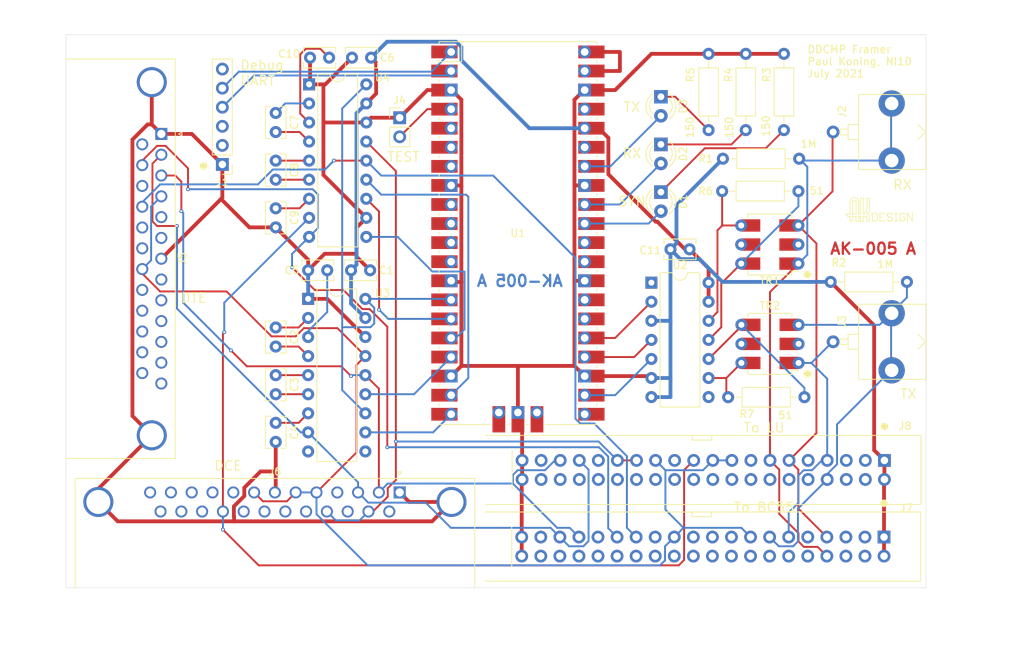
<source format=kicad_pcb>
(kicad_pcb (version 20171130) (host pcbnew "(5.1.9-0-10_14)")
  (layers (0 F.Cu signal) (31 B.Cu signal) (34 B.Paste user) (35 F.Paste user) (36 B.SilkS user) (37 F.SilkS user) (38 B.Mask user) (39 F.Mask user) (44 Edge.Cuts user))
  (net 0 "")
  (net 1 GND)
  (net 2 "Net-(U1-Pad10)")
  (net 3 "Net-(U1-Pad11)")
  (net 4 "Net-(U1-Pad7)")
  (net 5 "Net-(U1-Pad9)")
  (net 6 "Net-(U1-Pad43)")
  (net 7 "Net-(U1-Pad41)")
  (net 8 "Net-(U1-Pad30)")
  (net 9 "Net-(U1-Pad35)")
  (net 10 "Net-(U1-Pad37)")
  (net 11 "Net-(U1-Pad39)")
  (net 12 V3_3)
  (net 13 "Net-(U3-Pad10)")
  (net 14 "Net-(U3-Pad9)")
  (net 15 "Net-(C2-Pad1)")
  (net 16 "Net-(C5-Pad1)")
  (net 17 "Net-(C2-Pad2)")
  (net 18 "Net-(C3-Pad1)")
  (net 19 "Net-(C3-Pad2)")
  (net 20 "Net-(C4-Pad1)")
  (net 21 "Net-(C7-Pad1)")
  (net 22 "Net-(C10-Pad1)")
  (net 23 "Net-(C7-Pad2)")
  (net 24 "Net-(C8-Pad1)")
  (net 25 "Net-(C8-Pad2)")
  (net 26 "Net-(C9-Pad1)")
  (net 27 "Net-(J1-Pad2)")
  (net 28 "Net-(J1-Pad3)")
  (net 29 "Net-(J1-Pad4)")
  (net 30 "Net-(J1-Pad5)")
  (net 31 "Net-(J1-Pad6)")
  (net 32 /CPU/IM_RXDATA)
  (net 33 /CPU/IM_TXDATA)
  (net 34 /CPU/IM_ENABLE)
  (net 35 /CPU/RS232_TXDATA)
  (net 36 /CPU/RS232_RXCLK)
  (net 37 /CPU/RS232_RXDATA)
  (net 38 /CPU/RS232_TXCLK)
  (net 39 /CPU/RS232_CLKOUT)
  (net 40 /CPU/RS232_ENABLE)
  (net 41 "Net-(D3-Pad2)")
  (net 42 "Net-(D2-Pad2)")
  (net 43 "Net-(D1-Pad2)")
  (net 44 "Net-(D1-Pad1)")
  (net 45 "Net-(D2-Pad1)")
  (net 46 "Net-(D3-Pad1)")
  (net 47 "Net-(J4-Pad2)")
  (net 48 "Net-(J5-Pad25)")
  (net 49 "Net-(J5-Pad24)")
  (net 50 "Net-(J5-Pad23)")
  (net 51 "Net-(J5-Pad22)")
  (net 52 "Net-(J5-Pad21)")
  (net 53 "Net-(J5-Pad19)")
  (net 54 "Net-(J5-Pad18)")
  (net 55 "Net-(J5-Pad16)")
  (net 56 "Net-(J5-Pad14)")
  (net 57 "Net-(J5-Pad13)")
  (net 58 "Net-(J5-Pad12)")
  (net 59 "Net-(J5-Pad11)")
  (net 60 "Net-(J5-Pad10)")
  (net 61 "Net-(J5-Pad9)")
  (net 62 "Net-(J5-Pad8)")
  (net 63 "Net-(J5-Pad6)")
  (net 64 "Net-(J5-Pad5)")
  (net 65 "Net-(J6-Pad25)")
  (net 66 "Net-(J6-Pad24)")
  (net 67 "Net-(J6-Pad23)")
  (net 68 "Net-(J6-Pad21)")
  (net 69 "Net-(J6-Pad20)")
  (net 70 "Net-(J6-Pad19)")
  (net 71 "Net-(J6-Pad18)")
  (net 72 "Net-(J6-Pad16)")
  (net 73 "Net-(J6-Pad14)")
  (net 74 "Net-(J6-Pad13)")
  (net 75 "Net-(J6-Pad12)")
  (net 76 "Net-(J6-Pad11)")
  (net 77 "Net-(J6-Pad10)")
  (net 78 "Net-(J6-Pad9)")
  (net 79 "Net-(J6-Pad4)")
  (net 80 "Net-(TR2-Pad5)")
  (net 81 "/RS-232 I/O/RXD")
  (net 82 "/RS-232 I/O/TXD")
  (net 83 "/RS-232 I/O/RXCLK")
  (net 84 "/RS-232 I/O/CLKOUT")
  (net 85 "/RS-232 I/O/TXCLK")
  (net 86 "Net-(U1-Pad6)")
  (net 87 "Net-(U1-Pad5)")
  (net 88 "Net-(U1-Pad12)")
  (net 89 "/RS-232 I/O/RS232_1")
  (net 90 "/RS-232 I/O/RS232_0")
  (net 91 "Net-(J7-PadTT)")
  (net 92 "Net-(J7-PadSS)")
  (net 93 "Net-(J7-PadRR)")
  (net 94 "Net-(J7-PadPP)")
  (net 95 "Net-(J7-PadLL)")
  (net 96 "Net-(J7-PadKK)")
  (net 97 "Net-(J7-PadHH)")
  (net 98 "Net-(J7-PadEE)")
  (net 99 "Net-(J7-PadCC)")
  (net 100 "Net-(J7-PadBB)")
  (net 101 "Net-(J7-PadAA)")
  (net 102 "Net-(J7-PadZ)")
  (net 103 "Net-(J7-PadY)")
  (net 104 "Net-(J7-PadX)")
  (net 105 "Net-(J7-PadW)")
  (net 106 "Net-(J7-PadU)")
  (net 107 "Net-(J7-PadT)")
  (net 108 "Net-(J7-PadS)")
  (net 109 "Net-(J7-PadP)")
  (net 110 "Net-(J7-PadM)")
  (net 111 "Net-(J7-PadL)")
  (net 112 "Net-(J7-PadK)")
  (net 113 "Net-(J7-PadH)")
  (net 114 "Net-(J7-PadE)")
  (net 115 "Net-(J7-PadD)")
  (net 116 "Net-(J7-PadC)")
  (net 117 "/Integral modem/IM_RXD_N")
  (net 118 "/Integral modem/IM_TXD_N")
  (net 119 "Net-(U1-Pad26)")
  (net 120 "Net-(U1-Pad27)")
  (net 121 "Net-(U1-Pad29)")
  (net 122 "Net-(R6-Pad2)")
  (net 123 "Net-(U1-Pad21)")
  (net 124 "Net-(R6-Pad1)")
  (net 125 "Net-(TR1-Pad5)")
  (net 126 "Net-(TR1-Pad2)")
  (net 127 "Net-(TR2-Pad2)")
  (net 128 "Net-(J8-PadTT)")
  (net 129 "Net-(J8-PadSS)")
  (net 130 "Net-(J8-PadRR)")
  (net 131 "Net-(J8-PadPP)")
  (net 132 "Net-(J8-PadLL)")
  (net 133 "Net-(J8-PadKK)")
  (net 134 "Net-(J8-PadHH)")
  (net 135 "Net-(J8-PadEE)")
  (net 136 "Net-(J8-PadDD)")
  (net 137 "Net-(J8-PadCC)")
  (net 138 "Net-(J8-PadAA)")
  (net 139 "Net-(J8-PadY)")
  (net 140 "Net-(J8-PadW)")
  (net 141 "Net-(J8-PadV)")
  (net 142 "Net-(J8-PadU)")
  (net 143 "Net-(J8-PadS)")
  (net 144 "Net-(J8-PadP)")
  (net 145 "Net-(J8-PadM)")
  (net 146 "Net-(J8-PadL)")
  (net 147 "Net-(J8-PadK)")
  (net 148 "Net-(J8-PadH)")
  (net 149 "Net-(J8-PadE)")
  (net 150 "Net-(J8-PadD)")
  (net 151 "Net-(J8-PadC)")
  (net 152 "/Integral modem/IM_RXD")
  (net 153 "/Integral modem/IM_TXD")
  (net 154 "Net-(R7-Pad1)")
  (net 155 "Net-(R7-Pad2)")
  (module ddcmp_parts:R_Axial_DIN0207_L6.3mm_D2.5mm_P10.16mm_Horizontal (layer F.Cu) (at 121.2215 148.3487)
    (fp_text reference R7 (at 2.4892 2.2479) (layer F.SilkS))
    (fp_text value 51 (at 7.62 2.4003) (layer F.SilkS))
    (pad 1 thru_hole circle (at 0 0) (size 1.6 1.6) (drill 0.8) (layers *.Cu *.Mask) (net 154 "Net-(R7-Pad1)"))
    (pad 2 thru_hole oval (at 10.16 0) (size 1.6 1.6) (drill 0.8) (layers *.Cu *.Mask) (net 155 "Net-(R7-Pad2)"))
  )
  (module ddcmp_parts:R_Axial_DIN0207_L6.3mm_D2.5mm_P10.16mm_Horizontal (layer F.Cu) (at 120.4214 120.904)
    (fp_text reference R6 (at -2.2098 0) (layer F.SilkS))
    (fp_text value 51 (at 12.5857 -0.0508) (layer F.SilkS))
    (pad 1 thru_hole circle (at 0 0) (size 1.6 1.6) (drill 0.8) (layers *.Cu *.Mask) (net 124 "Net-(R6-Pad1)"))
    (pad 2 thru_hole oval (at 10.16 0) (size 1.6 1.6) (drill 0.8) (layers *.Cu *.Mask) (net 122 "Net-(R6-Pad2)"))
  )
  (module ddcmp_parts:R_Axial_DIN0207_L6.3mm_D2.5mm_P10.16mm_Horizontal (layer F.Cu) (at 118.618 112.776 90)
    (fp_text reference R5 (at 7.366 -2.413 90) (layer F.SilkS))
    (fp_text value 150 (at 0.3683 -2.4892 90) (layer F.SilkS))
    (pad 1 thru_hole circle (at 0 0 90) (size 1.6 1.6) (drill 0.8) (layers *.Cu *.Mask) (net 46 "Net-(D3-Pad1)"))
    (pad 2 thru_hole oval (at 10.16 0 90) (size 1.6 1.6) (drill 0.8) (layers *.Cu *.Mask) (net 1 GND))
  )
  (module ddcmp_parts:R_Axial_DIN0207_L6.3mm_D2.5mm_P10.16mm_Horizontal (layer F.Cu) (at 123.571 112.776 90)
    (fp_text reference R4 (at 7.366 -2.286 90) (layer F.SilkS))
    (fp_text value 150 (at 0.3683 -2.1971 90) (layer F.SilkS))
    (pad 1 thru_hole circle (at 0 0 90) (size 1.6 1.6) (drill 0.8) (layers *.Cu *.Mask) (net 45 "Net-(D2-Pad1)"))
    (pad 2 thru_hole oval (at 10.16 0 90) (size 1.6 1.6) (drill 0.8) (layers *.Cu *.Mask) (net 1 GND))
  )
  (module ddcmp_parts:R_Axial_DIN0207_L6.3mm_D2.5mm_P10.16mm_Horizontal (layer F.Cu) (at 128.651 112.776 90)
    (fp_text reference R3 (at 7.366 -2.286 90) (layer F.SilkS))
    (fp_text value 150 (at 0.5461 -2.3876 90) (layer F.SilkS))
    (pad 1 thru_hole circle (at 0 0 90) (size 1.6 1.6) (drill 0.8) (layers *.Cu *.Mask) (net 44 "Net-(D1-Pad1)"))
    (pad 2 thru_hole oval (at 10.16 0 90) (size 1.6 1.6) (drill 0.8) (layers *.Cu *.Mask) (net 1 GND))
  )
  (module ddcmp_parts:R_Axial_DIN0207_L6.3mm_D2.5mm_P10.16mm_Horizontal (layer F.Cu) (at 145.034 132.9944 180)
    (fp_text reference R2 (at 9.0678 2.5654) (layer F.SilkS))
    (fp_text value 1M (at 2.8829 2.3749) (layer F.SilkS))
    (pad 1 thru_hole circle (at 0 0 180) (size 1.6 1.6) (drill 0.8) (layers *.Cu *.Mask) (net 118 "/Integral modem/IM_TXD_N"))
    (pad 2 thru_hole oval (at 10.16 0 180) (size 1.6 1.6) (drill 0.8) (layers *.Cu *.Mask) (net 1 GND))
  )
  (module ddcmp_parts:R_Axial_DIN0207_L6.3mm_D2.5mm_P10.16mm_Horizontal (layer F.Cu) (at 130.683 116.586 180)
    (fp_text reference R1 (at 12.446 0) (layer F.SilkS))
    (fp_text value 1M (at -1.2573 1.9558) (layer F.SilkS))
    (pad 1 thru_hole circle (at 0 0 180) (size 1.6 1.6) (drill 0.8) (layers *.Cu *.Mask) (net 117 "/Integral modem/IM_RXD_N"))
    (pad 2 thru_hole oval (at 10.16 0 180) (size 1.6 1.6) (drill 0.8) (layers *.Cu *.Mask) (net 1 GND))
  )
  (module ddcmp_parts:RPi_Pico_SMD_TH (layer F.Cu) (at 93.218 126.492)
    (fp_text reference U1 (at 0 0) (layer F.SilkS))
    (fp_text value Pico)
    (pad "" np_thru_hole circle (at -5.7 23.5) (size 2.1 2.1) (drill 2.1) (layers *.Cu *.Mask))
    (pad "" np_thru_hole circle (at 5.7 23.5) (size 2.1 2.1) (drill 2.1) (layers *.Cu *.Mask))
    (pad "" np_thru_hole circle (at -5.7 -23.5) (size 2.1 2.1) (drill 2.1) (layers *.Cu *.Mask))
    (pad "" np_thru_hole circle (at 5.7 -23.5) (size 2.1 2.1) (drill 2.1) (layers *.Cu *.Mask))
    (pad 43 thru_hole oval (at 2.54 23.9) (size 1.7 1.7) (drill 1.02) (layers *.Cu *.Mask) (net 6 "Net-(U1-Pad43)"))
    (pad 43 smd rect (at 2.54 23.9 90) (size 3.5 1.7) (drill (offset -0.9 0)) (layers F.Cu F.Paste F.Mask) (net 6 "Net-(U1-Pad43)"))
    (pad 42 thru_hole rect (at 0 23.9) (size 1.7 1.7) (drill 1.02) (layers *.Cu *.Mask) (net 1 GND))
    (pad 42 smd rect (at 0 23.9 90) (size 3.5 1.7) (drill (offset -0.9 0)) (layers F.Cu F.Paste F.Mask) (net 1 GND))
    (pad 41 thru_hole oval (at -2.54 23.9) (size 1.7 1.7) (drill 1.02) (layers *.Cu *.Mask) (net 7 "Net-(U1-Pad41)"))
    (pad 41 smd rect (at -2.54 23.9 90) (size 3.5 1.7) (drill (offset -0.9 0)) (layers F.Cu F.Paste F.Mask) (net 7 "Net-(U1-Pad41)"))
    (pad "" np_thru_hole oval (at 2.425 -20.97) (size 1.5 1.5) (drill 1.5) (layers *.Cu *.Mask))
    (pad "" np_thru_hole oval (at -2.425 -20.97) (size 1.5 1.5) (drill 1.5) (layers *.Cu *.Mask))
    (pad "" np_thru_hole oval (at 2.725 -24) (size 1.8 1.8) (drill 1.8) (layers *.Cu *.Mask))
    (pad "" np_thru_hole oval (at -2.725 -24) (size 1.8 1.8) (drill 1.8) (layers *.Cu *.Mask))
    (pad 21 smd rect (at 8.89 24.13) (size 3.5 1.7) (drill (offset 0.9 0)) (layers F.Cu F.Paste F.Mask) (net 123 "Net-(U1-Pad21)"))
    (pad 22 smd rect (at 8.89 21.59) (size 3.5 1.7) (drill (offset 0.9 0)) (layers F.Cu F.Paste F.Mask) (net 33 /CPU/IM_TXDATA))
    (pad 23 smd rect (at 8.89 19.05) (size 3.5 1.7) (drill (offset 0.9 0)) (layers F.Cu F.Paste F.Mask) (net 1 GND))
    (pad 24 smd rect (at 8.89 16.51) (size 3.5 1.7) (drill (offset 0.9 0)) (layers F.Cu F.Paste F.Mask) (net 34 /CPU/IM_ENABLE))
    (pad 25 smd rect (at 8.89 13.97) (size 3.5 1.7) (drill (offset 0.9 0)) (layers F.Cu F.Paste F.Mask) (net 32 /CPU/IM_RXDATA))
    (pad 26 smd rect (at 8.89 11.43) (size 3.5 1.7) (drill (offset 0.9 0)) (layers F.Cu F.Paste F.Mask) (net 119 "Net-(U1-Pad26)"))
    (pad 27 smd rect (at 8.89 8.89) (size 3.5 1.7) (drill (offset 0.9 0)) (layers F.Cu F.Paste F.Mask) (net 120 "Net-(U1-Pad27)"))
    (pad 28 smd rect (at 8.89 6.35) (size 3.5 1.7) (drill (offset 0.9 0)) (layers F.Cu F.Paste F.Mask) (net 1 GND))
    (pad 29 smd rect (at 8.89 3.81) (size 3.5 1.7) (drill (offset 0.9 0)) (layers F.Cu F.Paste F.Mask) (net 121 "Net-(U1-Pad29)"))
    (pad 30 smd rect (at 8.89 1.27) (size 3.5 1.7) (drill (offset 0.9 0)) (layers F.Cu F.Paste F.Mask) (net 8 "Net-(U1-Pad30)"))
    (pad 31 smd rect (at 8.89 -1.27) (size 3.5 1.7) (drill (offset 0.9 0)) (layers F.Cu F.Paste F.Mask) (net 43 "Net-(D1-Pad2)"))
    (pad 32 smd rect (at 8.89 -3.81) (size 3.5 1.7) (drill (offset 0.9 0)) (layers F.Cu F.Paste F.Mask) (net 42 "Net-(D2-Pad2)"))
    (pad 33 smd rect (at 8.89 -6.35) (size 3.5 1.7) (drill (offset 0.9 0)) (layers F.Cu F.Paste F.Mask) (net 1 GND))
    (pad 34 smd rect (at 8.89 -8.89) (size 3.5 1.7) (drill (offset 0.9 0)) (layers F.Cu F.Paste F.Mask) (net 41 "Net-(D3-Pad2)"))
    (pad 35 smd rect (at 8.89 -11.43) (size 3.5 1.7) (drill (offset 0.9 0)) (layers F.Cu F.Paste F.Mask) (net 9 "Net-(U1-Pad35)"))
    (pad 36 smd rect (at 8.89 -13.97) (size 3.5 1.7) (drill (offset 0.9 0)) (layers F.Cu F.Paste F.Mask) (net 12 V3_3))
    (pad 37 smd rect (at 8.89 -16.51) (size 3.5 1.7) (drill (offset 0.9 0)) (layers F.Cu F.Paste F.Mask) (net 10 "Net-(U1-Pad37)"))
    (pad 38 smd rect (at 8.89 -19.05) (size 3.5 1.7) (drill (offset 0.9 0)) (layers F.Cu F.Paste F.Mask) (net 1 GND))
    (pad 39 smd rect (at 8.89 -21.59) (size 3.5 1.7) (drill (offset 0.9 0)) (layers F.Cu F.Paste F.Mask) (net 11 "Net-(U1-Pad39)"))
    (pad 40 smd rect (at 8.89 -24.13) (size 3.5 1.7) (drill (offset 0.9 0)) (layers F.Cu F.Paste F.Mask) (net 11 "Net-(U1-Pad39)"))
    (pad 20 smd rect (at -8.89 24.13) (size 3.5 1.7) (drill (offset -0.9 0)) (layers F.Cu F.Paste F.Mask) (net 35 /CPU/RS232_TXDATA))
    (pad 19 smd rect (at -8.89 21.59) (size 3.5 1.7) (drill (offset -0.9 0)) (layers F.Cu F.Paste F.Mask) (net 36 /CPU/RS232_RXCLK))
    (pad 18 smd rect (at -8.89 19.05) (size 3.5 1.7) (drill (offset -0.9 0)) (layers F.Cu F.Paste F.Mask) (net 1 GND))
    (pad 17 smd rect (at -8.89 16.51) (size 3.5 1.7) (drill (offset -0.9 0)) (layers F.Cu F.Paste F.Mask) (net 37 /CPU/RS232_RXDATA))
    (pad 16 smd rect (at -8.89 13.97) (size 3.5 1.7) (drill (offset -0.9 0)) (layers F.Cu F.Paste F.Mask) (net 38 /CPU/RS232_TXCLK))
    (pad 15 smd rect (at -8.89 11.43) (size 3.5 1.7) (drill (offset -0.9 0)) (layers F.Cu F.Paste F.Mask) (net 39 /CPU/RS232_CLKOUT))
    (pad 14 smd rect (at -8.89 8.89) (size 3.5 1.7) (drill (offset -0.9 0)) (layers F.Cu F.Paste F.Mask) (net 40 /CPU/RS232_ENABLE))
    (pad 13 smd rect (at -8.89 6.35) (size 3.5 1.7) (drill (offset -0.9 0)) (layers F.Cu F.Paste F.Mask) (net 1 GND))
    (pad 12 smd rect (at -8.89 3.81) (size 3.5 1.7) (drill (offset -0.9 0)) (layers F.Cu F.Paste F.Mask) (net 88 "Net-(U1-Pad12)"))
    (pad 11 smd rect (at -8.89 1.27) (size 3.5 1.7) (drill (offset -0.9 0)) (layers F.Cu F.Paste F.Mask) (net 3 "Net-(U1-Pad11)"))
    (pad 10 smd rect (at -8.89 -1.27) (size 3.5 1.7) (drill (offset -0.9 0)) (layers F.Cu F.Paste F.Mask) (net 2 "Net-(U1-Pad10)"))
    (pad 9 smd rect (at -8.89 -3.81) (size 3.5 1.7) (drill (offset -0.9 0)) (layers F.Cu F.Paste F.Mask) (net 5 "Net-(U1-Pad9)"))
    (pad 8 smd rect (at -8.89 -6.35) (size 3.5 1.7) (drill (offset -0.9 0)) (layers F.Cu F.Paste F.Mask) (net 1 GND))
    (pad 7 smd rect (at -8.89 -8.89) (size 3.5 1.7) (drill (offset -0.9 0)) (layers F.Cu F.Paste F.Mask) (net 4 "Net-(U1-Pad7)"))
    (pad 6 smd rect (at -8.89 -11.43) (size 3.5 1.7) (drill (offset -0.9 0)) (layers F.Cu F.Paste F.Mask) (net 86 "Net-(U1-Pad6)"))
    (pad 5 smd rect (at -8.89 -13.97) (size 3.5 1.7) (drill (offset -0.9 0)) (layers F.Cu F.Paste F.Mask) (net 87 "Net-(U1-Pad5)"))
    (pad 4 smd rect (at -8.89 -16.51) (size 3.5 1.7) (drill (offset -0.9 0)) (layers F.Cu F.Paste F.Mask) (net 47 "Net-(J4-Pad2)"))
    (pad 3 smd rect (at -8.89 -19.05) (size 3.5 1.7) (drill (offset -0.9 0)) (layers F.Cu F.Paste F.Mask) (net 1 GND))
    (pad 2 smd rect (at -8.89 -21.59) (size 3.5 1.7) (drill (offset -0.9 0)) (layers F.Cu F.Paste F.Mask) (net 29 "Net-(J1-Pad4)"))
    (pad 1 smd rect (at -8.89 -24.13) (size 3.5 1.7) (drill (offset -0.9 0)) (layers F.Cu F.Paste F.Mask) (net 30 "Net-(J1-Pad5)"))
    (pad 40 thru_hole oval (at 8.89 -24.13) (size 1.7 1.7) (drill 1.02) (layers *.Cu *.Mask) (net 11 "Net-(U1-Pad39)"))
    (pad 39 thru_hole oval (at 8.89 -21.59) (size 1.7 1.7) (drill 1.02) (layers *.Cu *.Mask) (net 11 "Net-(U1-Pad39)"))
    (pad 38 thru_hole rect (at 8.89 -19.05) (size 1.7 1.7) (drill 1.02) (layers *.Cu *.Mask) (net 1 GND))
    (pad 37 thru_hole oval (at 8.89 -16.51) (size 1.7 1.7) (drill 1.02) (layers *.Cu *.Mask) (net 10 "Net-(U1-Pad37)"))
    (pad 36 thru_hole oval (at 8.89 -13.97) (size 1.7 1.7) (drill 1.02) (layers *.Cu *.Mask) (net 12 V3_3))
    (pad 35 thru_hole oval (at 8.89 -11.43) (size 1.7 1.7) (drill 1.02) (layers *.Cu *.Mask) (net 9 "Net-(U1-Pad35)"))
    (pad 34 thru_hole oval (at 8.89 -8.89) (size 1.7 1.7) (drill 1.02) (layers *.Cu *.Mask) (net 41 "Net-(D3-Pad2)"))
    (pad 33 thru_hole rect (at 8.89 -6.35) (size 1.7 1.7) (drill 1.02) (layers *.Cu *.Mask) (net 1 GND))
    (pad 32 thru_hole oval (at 8.89 -3.81) (size 1.7 1.7) (drill 1.02) (layers *.Cu *.Mask) (net 42 "Net-(D2-Pad2)"))
    (pad 31 thru_hole oval (at 8.89 -1.27) (size 1.7 1.7) (drill 1.02) (layers *.Cu *.Mask) (net 43 "Net-(D1-Pad2)"))
    (pad 30 thru_hole oval (at 8.89 1.27) (size 1.7 1.7) (drill 1.02) (layers *.Cu *.Mask) (net 8 "Net-(U1-Pad30)"))
    (pad 29 thru_hole oval (at 8.89 3.81) (size 1.7 1.7) (drill 1.02) (layers *.Cu *.Mask) (net 121 "Net-(U1-Pad29)"))
    (pad 28 thru_hole rect (at 8.89 6.35) (size 1.7 1.7) (drill 1.02) (layers *.Cu *.Mask) (net 1 GND))
    (pad 27 thru_hole oval (at 8.89 8.89) (size 1.7 1.7) (drill 1.02) (layers *.Cu *.Mask) (net 120 "Net-(U1-Pad27)"))
    (pad 26 thru_hole oval (at 8.89 11.43) (size 1.7 1.7) (drill 1.02) (layers *.Cu *.Mask) (net 119 "Net-(U1-Pad26)"))
    (pad 25 thru_hole oval (at 8.89 13.97) (size 1.7 1.7) (drill 1.02) (layers *.Cu *.Mask) (net 32 /CPU/IM_RXDATA))
    (pad 24 thru_hole oval (at 8.89 16.51) (size 1.7 1.7) (drill 1.02) (layers *.Cu *.Mask) (net 34 /CPU/IM_ENABLE))
    (pad 23 thru_hole rect (at 8.89 19.05) (size 1.7 1.7) (drill 1.02) (layers *.Cu *.Mask) (net 1 GND))
    (pad 22 thru_hole oval (at 8.89 21.59) (size 1.7 1.7) (drill 1.02) (layers *.Cu *.Mask) (net 33 /CPU/IM_TXDATA))
    (pad 21 thru_hole oval (at 8.89 24.13) (size 1.7 1.7) (drill 1.02) (layers *.Cu *.Mask) (net 123 "Net-(U1-Pad21)"))
    (pad 20 thru_hole oval (at -8.89 24.13) (size 1.7 1.7) (drill 1.02) (layers *.Cu *.Mask) (net 35 /CPU/RS232_TXDATA))
    (pad 19 thru_hole oval (at -8.89 21.59) (size 1.7 1.7) (drill 1.02) (layers *.Cu *.Mask) (net 36 /CPU/RS232_RXCLK))
    (pad 18 thru_hole rect (at -8.89 19.05) (size 1.7 1.7) (drill 1.02) (layers *.Cu *.Mask) (net 1 GND))
    (pad 17 thru_hole oval (at -8.89 16.51) (size 1.7 1.7) (drill 1.02) (layers *.Cu *.Mask) (net 37 /CPU/RS232_RXDATA))
    (pad 16 thru_hole oval (at -8.89 13.97) (size 1.7 1.7) (drill 1.02) (layers *.Cu *.Mask) (net 38 /CPU/RS232_TXCLK))
    (pad 15 thru_hole oval (at -8.89 11.43) (size 1.7 1.7) (drill 1.02) (layers *.Cu *.Mask) (net 39 /CPU/RS232_CLKOUT))
    (pad 14 thru_hole oval (at -8.89 8.89) (size 1.7 1.7) (drill 1.02) (layers *.Cu *.Mask) (net 40 /CPU/RS232_ENABLE))
    (pad 13 thru_hole rect (at -8.89 6.35) (size 1.7 1.7) (drill 1.02) (layers *.Cu *.Mask) (net 1 GND))
    (pad 12 thru_hole oval (at -8.89 3.81) (size 1.7 1.7) (drill 1.02) (layers *.Cu *.Mask) (net 88 "Net-(U1-Pad12)"))
    (pad 11 thru_hole oval (at -8.89 1.27) (size 1.7 1.7) (drill 1.02) (layers *.Cu *.Mask) (net 3 "Net-(U1-Pad11)"))
    (pad 10 thru_hole oval (at -8.89 -1.27) (size 1.7 1.7) (drill 1.02) (layers *.Cu *.Mask) (net 2 "Net-(U1-Pad10)"))
    (pad 9 thru_hole oval (at -8.89 -3.81) (size 1.7 1.7) (drill 1.02) (layers *.Cu *.Mask) (net 5 "Net-(U1-Pad9)"))
    (pad 8 thru_hole rect (at -8.89 -6.35) (size 1.7 1.7) (drill 1.02) (layers *.Cu *.Mask) (net 1 GND))
    (pad 7 thru_hole oval (at -8.89 -8.89) (size 1.7 1.7) (drill 1.02) (layers *.Cu *.Mask) (net 4 "Net-(U1-Pad7)"))
    (pad 6 thru_hole oval (at -8.89 -11.43) (size 1.7 1.7) (drill 1.02) (layers *.Cu *.Mask) (net 86 "Net-(U1-Pad6)"))
    (pad 5 thru_hole oval (at -8.89 -13.97) (size 1.7 1.7) (drill 1.02) (layers *.Cu *.Mask) (net 87 "Net-(U1-Pad5)"))
    (pad 4 thru_hole oval (at -8.89 -16.51) (size 1.7 1.7) (drill 1.02) (layers *.Cu *.Mask) (net 47 "Net-(J4-Pad2)"))
    (pad 3 thru_hole rect (at -8.89 -19.05) (size 1.7 1.7) (drill 1.02) (layers *.Cu *.Mask) (net 1 GND))
    (pad 2 thru_hole oval (at -8.89 -21.59) (size 1.7 1.7) (drill 1.02) (layers *.Cu *.Mask) (net 29 "Net-(J1-Pad4)"))
    (pad 1 thru_hole oval (at -8.89 -24.13) (size 1.7 1.7) (drill 1.02) (layers *.Cu *.Mask) (net 30 "Net-(J1-Pad5)"))
  )
  (module ddcmp_parts:AK_Design_9mm (layer F.Cu) (at 136.8806 124.9172)
    (fp_text reference REF** hide)
    (fp_text value AK_Design_9mm hide)
  )
  (module ddcmp_parts:Amphenol_DB25F_PCB (layer F.Cu) (at 77.47 161.036)
    (fp_text reference J6 (at -16.62 -2.8) (layer F.SilkS))
    (fp_text value DCE)
    (pad 0 thru_hole circle (at 6.9 1.27) (size 4 4) (drill 3.2) (layers *.Cu *.Mask) (net 1 GND))
    (pad 0 thru_hole circle (at -40.14 1.27) (size 4 4) (drill 3.2) (layers *.Cu *.Mask) (net 1 GND))
    (pad 25 thru_hole circle (at -31.855 2.54) (size 1.6 1.6) (drill 1.1) (layers *.Cu *.Mask) (net 65 "Net-(J6-Pad25)"))
    (pad 24 thru_hole circle (at -29.085 2.54) (size 1.6 1.6) (drill 1.1) (layers *.Cu *.Mask) (net 66 "Net-(J6-Pad24)"))
    (pad 23 thru_hole circle (at -26.315 2.54) (size 1.6 1.6) (drill 1.1) (layers *.Cu *.Mask) (net 67 "Net-(J6-Pad23)"))
    (pad 22 thru_hole circle (at -23.545 2.54) (size 1.6 1.6) (drill 1.1) (layers *.Cu *.Mask) (net 90 "/RS-232 I/O/RS232_0"))
    (pad 21 thru_hole circle (at -20.775 2.54) (size 1.6 1.6) (drill 1.1) (layers *.Cu *.Mask) (net 68 "Net-(J6-Pad21)"))
    (pad 20 thru_hole circle (at -18.005 2.54) (size 1.6 1.6) (drill 1.1) (layers *.Cu *.Mask) (net 69 "Net-(J6-Pad20)"))
    (pad 19 thru_hole circle (at -15.235 2.54) (size 1.6 1.6) (drill 1.1) (layers *.Cu *.Mask) (net 70 "Net-(J6-Pad19)"))
    (pad 18 thru_hole circle (at -12.465 2.54) (size 1.6 1.6) (drill 1.1) (layers *.Cu *.Mask) (net 71 "Net-(J6-Pad18)"))
    (pad 17 thru_hole circle (at -9.695 2.54) (size 1.6 1.6) (drill 1.1) (layers *.Cu *.Mask) (net 84 "/RS-232 I/O/CLKOUT"))
    (pad 16 thru_hole circle (at -6.925 2.54) (size 1.6 1.6) (drill 1.1) (layers *.Cu *.Mask) (net 72 "Net-(J6-Pad16)"))
    (pad 15 thru_hole circle (at -4.155 2.54) (size 1.6 1.6) (drill 1.1) (layers *.Cu *.Mask) (net 84 "/RS-232 I/O/CLKOUT"))
    (pad 14 thru_hole circle (at -1.385 2.54) (size 1.6 1.6) (drill 1.1) (layers *.Cu *.Mask) (net 73 "Net-(J6-Pad14)"))
    (pad 13 thru_hole circle (at -33.24 0) (size 1.6 1.6) (drill 1.1) (layers *.Cu *.Mask) (net 74 "Net-(J6-Pad13)"))
    (pad 12 thru_hole circle (at -30.47 0) (size 1.6 1.6) (drill 1.1) (layers *.Cu *.Mask) (net 75 "Net-(J6-Pad12)"))
    (pad 11 thru_hole circle (at -27.7 0) (size 1.6 1.6) (drill 1.1) (layers *.Cu *.Mask) (net 76 "Net-(J6-Pad11)"))
    (pad 10 thru_hole circle (at -24.93 0) (size 1.6 1.6) (drill 1.1) (layers *.Cu *.Mask) (net 77 "Net-(J6-Pad10)"))
    (pad 9 thru_hole circle (at -22.16 0) (size 1.6 1.6) (drill 1.1) (layers *.Cu *.Mask) (net 78 "Net-(J6-Pad9)"))
    (pad 8 thru_hole circle (at -19.39 0) (size 1.6 1.6) (drill 1.1) (layers *.Cu *.Mask) (net 89 "/RS-232 I/O/RS232_1"))
    (pad 7 thru_hole circle (at -16.62 0) (size 1.6 1.6) (drill 1.1) (layers *.Cu *.Mask) (net 1 GND))
    (pad 6 thru_hole circle (at -13.85 0) (size 1.6 1.6) (drill 1.1) (layers *.Cu *.Mask) (net 89 "/RS-232 I/O/RS232_1"))
    (pad 5 thru_hole circle (at -11.08 0) (size 1.6 1.6) (drill 1.1) (layers *.Cu *.Mask) (net 89 "/RS-232 I/O/RS232_1"))
    (pad 4 thru_hole circle (at -8.31 0) (size 1.6 1.6) (drill 1.1) (layers *.Cu *.Mask) (net 79 "Net-(J6-Pad4)"))
    (pad 3 thru_hole circle (at -5.54 0) (size 1.6 1.6) (drill 1.1) (layers *.Cu *.Mask) (net 82 "/RS-232 I/O/TXD"))
    (pad 2 thru_hole circle (at -2.77 0) (size 1.6 1.6) (drill 1.1) (layers *.Cu *.Mask) (net 81 "/RS-232 I/O/RXD"))
    (pad 1 thru_hole rect (at 0 0) (size 1.6 1.6) (drill 1.1) (layers *.Cu *.Mask) (net 1 GND))
  )
  (module ddcmp_parts:Berg_40_pin_DEC_pinout (layer F.Cu) (at 142.0368 156.7688 270)
    (fp_text reference J8 (at -4.572 -2.7432 180) (layer F.SilkS))
    (fp_text value "To LU")
    (pad VV thru_hole rect (at 0 0 270) (size 1.7 1.7) (drill 1) (layers *.Cu *.Mask) (net 1 GND))
    (pad UU thru_hole oval (at 2.54 0 270) (size 1.7 1.7) (drill 1) (layers *.Cu *.Mask) (net 1 GND))
    (pad TT thru_hole oval (at 0 2.54 270) (size 1.7 1.7) (drill 1) (layers *.Cu *.Mask) (net 128 "Net-(J8-PadTT)"))
    (pad SS thru_hole oval (at 2.54 2.54 270) (size 1.7 1.7) (drill 1) (layers *.Cu *.Mask) (net 129 "Net-(J8-PadSS)"))
    (pad RR thru_hole oval (at 0 5.08 270) (size 1.7 1.7) (drill 1) (layers *.Cu *.Mask) (net 130 "Net-(J8-PadRR)"))
    (pad PP thru_hole oval (at 2.54 5.08 270) (size 1.7 1.7) (drill 1) (layers *.Cu *.Mask) (net 131 "Net-(J8-PadPP)"))
    (pad NN thru_hole oval (at 0 7.62 270) (size 1.7 1.7) (drill 1) (layers *.Cu *.Mask) (net 153 "/Integral modem/IM_TXD"))
    (pad MM thru_hole oval (at 2.54 7.62 270) (size 1.7 1.7) (drill 1) (layers *.Cu *.Mask) (net 118 "/Integral modem/IM_TXD_N"))
    (pad LL thru_hole oval (at 0 10.16 270) (size 1.7 1.7) (drill 1) (layers *.Cu *.Mask) (net 132 "Net-(J8-PadLL)"))
    (pad KK thru_hole oval (at 2.54 10.16 270) (size 1.7 1.7) (drill 1) (layers *.Cu *.Mask) (net 133 "Net-(J8-PadKK)"))
    (pad JJ thru_hole oval (at 0 12.7 270) (size 1.7 1.7) (drill 1) (layers *.Cu *.Mask) (net 152 "/Integral modem/IM_RXD"))
    (pad HH thru_hole oval (at 2.54 12.7 270) (size 1.7 1.7) (drill 1) (layers *.Cu *.Mask) (net 134 "Net-(J8-PadHH)"))
    (pad FF thru_hole oval (at 0 15.24 270) (size 1.7 1.7) (drill 1) (layers *.Cu *.Mask) (net 117 "/Integral modem/IM_RXD_N"))
    (pad EE thru_hole oval (at 2.54 15.24 270) (size 1.7 1.7) (drill 1) (layers *.Cu *.Mask) (net 135 "Net-(J8-PadEE)"))
    (pad DD thru_hole oval (at 0 17.78 270) (size 1.7 1.7) (drill 1) (layers *.Cu *.Mask) (net 136 "Net-(J8-PadDD)"))
    (pad CC thru_hole oval (at 2.54 17.78 270) (size 1.7 1.7) (drill 1) (layers *.Cu *.Mask) (net 137 "Net-(J8-PadCC)"))
    (pad BB thru_hole oval (at 0 20.32 270) (size 1.7 1.7) (drill 1) (layers *.Cu *.Mask) (net 89 "/RS-232 I/O/RS232_1"))
    (pad AA thru_hole oval (at 2.54 20.32 270) (size 1.7 1.7) (drill 1) (layers *.Cu *.Mask) (net 138 "Net-(J8-PadAA)"))
    (pad Z thru_hole oval (at 0 22.86 270) (size 1.7 1.7) (drill 1) (layers *.Cu *.Mask) (net 89 "/RS-232 I/O/RS232_1"))
    (pad Y thru_hole oval (at 2.54 22.86 270) (size 1.7 1.7) (drill 1) (layers *.Cu *.Mask) (net 139 "Net-(J8-PadY)"))
    (pad X thru_hole oval (at 0 25.4 270) (size 1.7 1.7) (drill 1) (layers *.Cu *.Mask) (net 90 "/RS-232 I/O/RS232_0"))
    (pad W thru_hole oval (at 2.54 25.4 270) (size 1.7 1.7) (drill 1) (layers *.Cu *.Mask) (net 140 "Net-(J8-PadW)"))
    (pad V thru_hole oval (at 0 27.94 270) (size 1.7 1.7) (drill 1) (layers *.Cu *.Mask) (net 141 "Net-(J8-PadV)"))
    (pad U thru_hole oval (at 2.54 27.94 270) (size 1.7 1.7) (drill 1) (layers *.Cu *.Mask) (net 142 "Net-(J8-PadU)"))
    (pad T thru_hole oval (at 0 30.48 270) (size 1.7 1.7) (drill 1) (layers *.Cu *.Mask) (net 89 "/RS-232 I/O/RS232_1"))
    (pad S thru_hole oval (at 2.54 30.48 270) (size 1.7 1.7) (drill 1) (layers *.Cu *.Mask) (net 143 "Net-(J8-PadS)"))
    (pad R thru_hole oval (at 0 33.02 270) (size 1.7 1.7) (drill 1) (layers *.Cu *.Mask) (net 84 "/RS-232 I/O/CLKOUT"))
    (pad P thru_hole oval (at 2.54 33.02 270) (size 1.7 1.7) (drill 1) (layers *.Cu *.Mask) (net 144 "Net-(J8-PadP)"))
    (pad N thru_hole oval (at 0 35.56 270) (size 1.7 1.7) (drill 1) (layers *.Cu *.Mask) (net 84 "/RS-232 I/O/CLKOUT"))
    (pad M thru_hole oval (at 2.54 35.56 270) (size 1.7 1.7) (drill 1) (layers *.Cu *.Mask) (net 145 "Net-(J8-PadM)"))
    (pad L thru_hole oval (at 0 38.1 270) (size 1.7 1.7) (drill 1) (layers *.Cu *.Mask) (net 146 "Net-(J8-PadL)"))
    (pad K thru_hole oval (at 2.54 38.1 270) (size 1.7 1.7) (drill 1) (layers *.Cu *.Mask) (net 147 "Net-(J8-PadK)"))
    (pad J thru_hole oval (at 0 40.64 270) (size 1.7 1.7) (drill 1) (layers *.Cu *.Mask) (net 82 "/RS-232 I/O/TXD"))
    (pad H thru_hole oval (at 2.54 40.64 270) (size 1.7 1.7) (drill 1) (layers *.Cu *.Mask) (net 148 "Net-(J8-PadH)"))
    (pad F thru_hole oval (at 0 43.18 270) (size 1.7 1.7) (drill 1) (layers *.Cu *.Mask) (net 81 "/RS-232 I/O/RXD"))
    (pad E thru_hole oval (at 2.54 43.18 270) (size 1.7 1.7) (drill 1) (layers *.Cu *.Mask) (net 149 "Net-(J8-PadE)"))
    (pad D thru_hole oval (at 0 45.72 270) (size 1.7 1.7) (drill 1) (layers *.Cu *.Mask) (net 150 "Net-(J8-PadD)"))
    (pad C thru_hole oval (at 2.54 45.72 270) (size 1.7 1.7) (drill 1) (layers *.Cu *.Mask) (net 151 "Net-(J8-PadC)"))
    (pad B thru_hole oval (at 0 48.26 270) (size 1.7 1.7) (drill 1) (layers *.Cu *.Mask) (net 1 GND))
    (pad A thru_hole oval (at 2.54 48.26 270) (size 1.7 1.7) (drill 1) (layers *.Cu *.Mask) (net 1 GND))
  )
  (module ddcmp_parts:Mini-Circuits_CD637_X65 (layer F.Cu) (at 126.7714 128.016 180)
    (fp_text reference TR1 (at 0 -4.826) (layer F.SilkS))
    (fp_text value TT1-6-X65+)
    (pad 6 thru_hole circle (at 3.81 -2.54 180) (size 1.6 1.6) (drill 0.8) (layers *.Cu *.Mask) (net 122 "Net-(R6-Pad2)"))
    (pad 5 thru_hole circle (at 3.81 0 180) (size 1.6 1.6) (drill 0.8) (layers *.Cu *.Mask) (net 125 "Net-(TR1-Pad5)"))
    (pad 4 thru_hole circle (at 3.81 2.54 180) (size 1.6 1.6) (drill 0.8) (layers *.Cu *.Mask) (net 124 "Net-(R6-Pad1)"))
    (pad 3 thru_hole circle (at -3.81 2.54 180) (size 1.6 1.6) (drill 0.8) (layers *.Cu *.Mask) (net 152 "/Integral modem/IM_RXD"))
    (pad 2 thru_hole circle (at -3.81 0 180) (size 1.6 1.6) (drill 0.8) (layers *.Cu *.Mask) (net 126 "Net-(TR1-Pad2)"))
    (pad 1 thru_hole circle (at -3.81 -2.54 180) (size 1.6 1.6) (drill 0.8) (layers *.Cu *.Mask) (net 117 "/Integral modem/IM_RXD_N"))
    (pad 6 smd rect (at 2.54 -2.54 180) (size 2.54 1.65) (layers F.Cu F.Paste F.Mask) (net 122 "Net-(R6-Pad2)"))
    (pad 5 smd rect (at 2.54 0 180) (size 2.54 1.65) (layers F.Cu F.Paste F.Mask) (net 125 "Net-(TR1-Pad5)"))
    (pad 4 smd rect (at 2.54 2.54 180) (size 2.54 1.65) (layers F.Cu F.Paste F.Mask) (net 124 "Net-(R6-Pad1)"))
    (pad 3 smd rect (at -2.54 2.54 180) (size 2.54 1.65) (layers F.Cu F.Paste F.Mask) (net 152 "/Integral modem/IM_RXD"))
    (pad 2 smd rect (at -2.54 0 180) (size 2.54 1.65) (layers F.Cu F.Paste F.Mask) (net 126 "Net-(TR1-Pad2)"))
    (pad 1 smd rect (at -2.54 -2.54 180) (size 2.54 1.65) (layers F.Cu F.Paste F.Mask) (net 117 "/Integral modem/IM_RXD_N"))
  )
  (module ddcmp_parts:Mini-Circuits_CD637_X65 (layer F.Cu) (at 126.7968 141.2494 180)
    (fp_text reference TR2 (at 0.0254 5.08) (layer F.SilkS))
    (fp_text value TT1-6-X65+)
    (pad 6 thru_hole circle (at 3.81 -2.54 180) (size 1.6 1.6) (drill 0.8) (layers *.Cu *.Mask) (net 154 "Net-(R7-Pad1)"))
    (pad 5 thru_hole circle (at 3.81 0 180) (size 1.6 1.6) (drill 0.8) (layers *.Cu *.Mask) (net 80 "Net-(TR2-Pad5)"))
    (pad 4 thru_hole circle (at 3.81 2.54 180) (size 1.6 1.6) (drill 0.8) (layers *.Cu *.Mask) (net 155 "Net-(R7-Pad2)"))
    (pad 3 thru_hole circle (at -3.81 2.54 180) (size 1.6 1.6) (drill 0.8) (layers *.Cu *.Mask) (net 118 "/Integral modem/IM_TXD_N"))
    (pad 2 thru_hole circle (at -3.81 0 180) (size 1.6 1.6) (drill 0.8) (layers *.Cu *.Mask) (net 127 "Net-(TR2-Pad2)"))
    (pad 1 thru_hole circle (at -3.81 -2.54 180) (size 1.6 1.6) (drill 0.8) (layers *.Cu *.Mask) (net 153 "/Integral modem/IM_TXD"))
    (pad 6 smd rect (at 2.54 -2.54 180) (size 2.54 1.65) (layers F.Cu F.Paste F.Mask) (net 154 "Net-(R7-Pad1)"))
    (pad 5 smd rect (at 2.54 0 180) (size 2.54 1.65) (layers F.Cu F.Paste F.Mask) (net 80 "Net-(TR2-Pad5)"))
    (pad 4 smd rect (at 2.54 2.54 180) (size 2.54 1.65) (layers F.Cu F.Paste F.Mask) (net 155 "Net-(R7-Pad2)"))
    (pad 3 smd rect (at -2.54 2.54 180) (size 2.54 1.65) (layers F.Cu F.Paste F.Mask) (net 118 "/Integral modem/IM_TXD_N"))
    (pad 2 smd rect (at -2.54 0 180) (size 2.54 1.65) (layers F.Cu F.Paste F.Mask) (net 127 "Net-(TR2-Pad2)"))
    (pad 1 smd rect (at -2.54 -2.54 180) (size 2.54 1.65) (layers F.Cu F.Paste F.Mask) (net 153 "/Integral modem/IM_TXD"))
  )
  (module ddcmp_parts:Berg_40_pin_DEC_pinout (layer F.Cu) (at 141.986 166.9796 270)
    (fp_text reference J7 (at -3.8608 -2.9718 180) (layer F.SilkS))
    (fp_text value "To BC55")
    (pad VV thru_hole rect (at 0 0 270) (size 1.7 1.7) (drill 1) (layers *.Cu *.Mask) (net 1 GND))
    (pad UU thru_hole oval (at 2.54 0 270) (size 1.7 1.7) (drill 1) (layers *.Cu *.Mask) (net 1 GND))
    (pad TT thru_hole oval (at 0 2.54 270) (size 1.7 1.7) (drill 1) (layers *.Cu *.Mask) (net 91 "Net-(J7-PadTT)"))
    (pad SS thru_hole oval (at 2.54 2.54 270) (size 1.7 1.7) (drill 1) (layers *.Cu *.Mask) (net 92 "Net-(J7-PadSS)"))
    (pad RR thru_hole oval (at 0 5.08 270) (size 1.7 1.7) (drill 1) (layers *.Cu *.Mask) (net 93 "Net-(J7-PadRR)"))
    (pad PP thru_hole oval (at 2.54 5.08 270) (size 1.7 1.7) (drill 1) (layers *.Cu *.Mask) (net 94 "Net-(J7-PadPP)"))
    (pad NN thru_hole oval (at 0 7.62 270) (size 1.7 1.7) (drill 1) (layers *.Cu *.Mask) (net 152 "/Integral modem/IM_RXD"))
    (pad MM thru_hole oval (at 2.54 7.62 270) (size 1.7 1.7) (drill 1) (layers *.Cu *.Mask) (net 117 "/Integral modem/IM_RXD_N"))
    (pad LL thru_hole oval (at 0 10.16 270) (size 1.7 1.7) (drill 1) (layers *.Cu *.Mask) (net 95 "Net-(J7-PadLL)"))
    (pad KK thru_hole oval (at 2.54 10.16 270) (size 1.7 1.7) (drill 1) (layers *.Cu *.Mask) (net 96 "Net-(J7-PadKK)"))
    (pad JJ thru_hole oval (at 0 12.7 270) (size 1.7 1.7) (drill 1) (layers *.Cu *.Mask) (net 153 "/Integral modem/IM_TXD"))
    (pad HH thru_hole oval (at 2.54 12.7 270) (size 1.7 1.7) (drill 1) (layers *.Cu *.Mask) (net 97 "Net-(J7-PadHH)"))
    (pad FF thru_hole oval (at 0 15.24 270) (size 1.7 1.7) (drill 1) (layers *.Cu *.Mask) (net 118 "/Integral modem/IM_TXD_N"))
    (pad EE thru_hole oval (at 2.54 15.24 270) (size 1.7 1.7) (drill 1) (layers *.Cu *.Mask) (net 98 "Net-(J7-PadEE)"))
    (pad DD thru_hole oval (at 0 17.78 270) (size 1.7 1.7) (drill 1) (layers *.Cu *.Mask) (net 89 "/RS-232 I/O/RS232_1"))
    (pad CC thru_hole oval (at 2.54 17.78 270) (size 1.7 1.7) (drill 1) (layers *.Cu *.Mask) (net 99 "Net-(J7-PadCC)"))
    (pad BB thru_hole oval (at 0 20.32 270) (size 1.7 1.7) (drill 1) (layers *.Cu *.Mask) (net 100 "Net-(J7-PadBB)"))
    (pad AA thru_hole oval (at 2.54 20.32 270) (size 1.7 1.7) (drill 1) (layers *.Cu *.Mask) (net 101 "Net-(J7-PadAA)"))
    (pad Z thru_hole oval (at 0 22.86 270) (size 1.7 1.7) (drill 1) (layers *.Cu *.Mask) (net 102 "Net-(J7-PadZ)"))
    (pad Y thru_hole oval (at 2.54 22.86 270) (size 1.7 1.7) (drill 1) (layers *.Cu *.Mask) (net 103 "Net-(J7-PadY)"))
    (pad X thru_hole oval (at 0 25.4 270) (size 1.7 1.7) (drill 1) (layers *.Cu *.Mask) (net 104 "Net-(J7-PadX)"))
    (pad W thru_hole oval (at 2.54 25.4 270) (size 1.7 1.7) (drill 1) (layers *.Cu *.Mask) (net 105 "Net-(J7-PadW)"))
    (pad V thru_hole oval (at 0 27.94 270) (size 1.7 1.7) (drill 1) (layers *.Cu *.Mask) (net 89 "/RS-232 I/O/RS232_1"))
    (pad U thru_hole oval (at 2.54 27.94 270) (size 1.7 1.7) (drill 1) (layers *.Cu *.Mask) (net 106 "Net-(J7-PadU)"))
    (pad T thru_hole oval (at 0 30.48 270) (size 1.7 1.7) (drill 1) (layers *.Cu *.Mask) (net 107 "Net-(J7-PadT)"))
    (pad S thru_hole oval (at 2.54 30.48 270) (size 1.7 1.7) (drill 1) (layers *.Cu *.Mask) (net 108 "Net-(J7-PadS)"))
    (pad R thru_hole oval (at 0 33.02 270) (size 1.7 1.7) (drill 1) (layers *.Cu *.Mask) (net 83 "/RS-232 I/O/RXCLK"))
    (pad P thru_hole oval (at 2.54 33.02 270) (size 1.7 1.7) (drill 1) (layers *.Cu *.Mask) (net 109 "Net-(J7-PadP)"))
    (pad N thru_hole oval (at 0 35.56 270) (size 1.7 1.7) (drill 1) (layers *.Cu *.Mask) (net 85 "/RS-232 I/O/TXCLK"))
    (pad M thru_hole oval (at 2.54 35.56 270) (size 1.7 1.7) (drill 1) (layers *.Cu *.Mask) (net 110 "Net-(J7-PadM)"))
    (pad L thru_hole oval (at 0 38.1 270) (size 1.7 1.7) (drill 1) (layers *.Cu *.Mask) (net 111 "Net-(J7-PadL)"))
    (pad K thru_hole oval (at 2.54 38.1 270) (size 1.7 1.7) (drill 1) (layers *.Cu *.Mask) (net 112 "Net-(J7-PadK)"))
    (pad J thru_hole oval (at 0 40.64 270) (size 1.7 1.7) (drill 1) (layers *.Cu *.Mask) (net 81 "/RS-232 I/O/RXD"))
    (pad H thru_hole oval (at 2.54 40.64 270) (size 1.7 1.7) (drill 1) (layers *.Cu *.Mask) (net 113 "Net-(J7-PadH)"))
    (pad F thru_hole oval (at 0 43.18 270) (size 1.7 1.7) (drill 1) (layers *.Cu *.Mask) (net 82 "/RS-232 I/O/TXD"))
    (pad E thru_hole oval (at 2.54 43.18 270) (size 1.7 1.7) (drill 1) (layers *.Cu *.Mask) (net 114 "Net-(J7-PadE)"))
    (pad D thru_hole oval (at 0 45.72 270) (size 1.7 1.7) (drill 1) (layers *.Cu *.Mask) (net 115 "Net-(J7-PadD)"))
    (pad C thru_hole oval (at 2.54 45.72 270) (size 1.7 1.7) (drill 1) (layers *.Cu *.Mask) (net 116 "Net-(J7-PadC)"))
    (pad B thru_hole oval (at 0 48.26 270) (size 1.7 1.7) (drill 1) (layers *.Cu *.Mask) (net 1 GND))
    (pad A thru_hole oval (at 2.54 48.26 270) (size 1.7 1.7) (drill 1) (layers *.Cu *.Mask) (net 1 GND))
  )
  (module ddcmp_parts:C_Rect_L4.0mm_W2.5mm_P2.54mm (layer F.Cu) (at 70.993 131.445)
    (fp_text reference C1 (at 4.699 0) (layer F.SilkS))
    (fp_text value 0.1uF)
    (pad 2 thru_hole circle (at 2.54 0) (size 1.6 1.6) (drill 0.8) (layers *.Cu *.Mask) (net 1 GND))
    (pad 1 thru_hole circle (at 0 0) (size 1.6 1.6) (drill 0.8) (layers *.Cu *.Mask) (net 12 V3_3))
  )
  (module ddcmp_parts:C_Rect_L4.0mm_W2.5mm_P2.54mm (layer F.Cu) (at 116.078 128.651 180)
    (fp_text reference C11 (at 5.207 -0.127) (layer F.SilkS))
    (fp_text value 0.1uF)
    (pad 2 thru_hole circle (at 2.54 0 180) (size 1.6 1.6) (drill 0.8) (layers *.Cu *.Mask) (net 1 GND))
    (pad 1 thru_hole circle (at 0 0 180) (size 1.6 1.6) (drill 0.8) (layers *.Cu *.Mask) (net 12 V3_3))
  )
  (module ddcmp_parts:C_Rect_L4.0mm_W2.5mm_P2.54mm (layer F.Cu) (at 68.072 103.124 180)
    (fp_text reference C10 (at 5.334 0.508) (layer F.SilkS))
    (fp_text value 0.1uF)
    (pad 2 thru_hole circle (at 2.54 0 180) (size 1.6 1.6) (drill 0.8) (layers *.Cu *.Mask) (net 1 GND))
    (pad 1 thru_hole circle (at 0 0 180) (size 1.6 1.6) (drill 0.8) (layers *.Cu *.Mask) (net 22 "Net-(C10-Pad1)"))
  )
  (module ddcmp_parts:C_Rect_L4.0mm_W2.5mm_P2.54mm (layer F.Cu) (at 60.96 123.19 270)
    (fp_text reference C9 (at 1.25 -2.5 90) (layer F.SilkS))
    (fp_text value 0.1uF)
    (pad 2 thru_hole circle (at 2.54 0 270) (size 1.6 1.6) (drill 0.8) (layers *.Cu *.Mask) (net 1 GND))
    (pad 1 thru_hole circle (at 0 0 270) (size 1.6 1.6) (drill 0.8) (layers *.Cu *.Mask) (net 26 "Net-(C9-Pad1)"))
  )
  (module ddcmp_parts:C_Rect_L4.0mm_W2.5mm_P2.54mm (layer F.Cu) (at 60.96 116.84 270)
    (fp_text reference C8 (at 1.25 -2.5 90) (layer F.SilkS))
    (fp_text value 0.1uF)
    (pad 2 thru_hole circle (at 2.54 0 270) (size 1.6 1.6) (drill 0.8) (layers *.Cu *.Mask) (net 25 "Net-(C8-Pad2)"))
    (pad 1 thru_hole circle (at 0 0 270) (size 1.6 1.6) (drill 0.8) (layers *.Cu *.Mask) (net 24 "Net-(C8-Pad1)"))
  )
  (module ddcmp_parts:C_Rect_L4.0mm_W2.5mm_P2.54mm (layer F.Cu) (at 60.96 110.49 270)
    (fp_text reference C7 (at 1.25 -2.5 90) (layer F.SilkS))
    (fp_text value 0.1uF)
    (pad 2 thru_hole circle (at 2.54 0 270) (size 1.6 1.6) (drill 0.8) (layers *.Cu *.Mask) (net 23 "Net-(C7-Pad2)"))
    (pad 1 thru_hole circle (at 0 0 270) (size 1.6 1.6) (drill 0.8) (layers *.Cu *.Mask) (net 21 "Net-(C7-Pad1)"))
  )
  (module ddcmp_parts:C_Rect_L4.0mm_W2.5mm_P2.54mm (layer F.Cu) (at 73.66 103.124 180)
    (fp_text reference C6 (at -2.159 0) (layer F.SilkS))
    (fp_text value 0.1uF)
    (pad 2 thru_hole circle (at 2.54 0 180) (size 1.6 1.6) (drill 0.8) (layers *.Cu *.Mask) (net 1 GND))
    (pad 1 thru_hole circle (at 0 0 180) (size 1.6 1.6) (drill 0.8) (layers *.Cu *.Mask) (net 12 V3_3))
  )
  (module ddcmp_parts:C_Rect_L4.0mm_W2.5mm_P2.54mm (layer F.Cu) (at 67.818 131.445 180)
    (fp_text reference C5 (at 4.699 0) (layer F.SilkS))
    (fp_text value 0.1uF)
    (pad 2 thru_hole circle (at 2.54 0 180) (size 1.6 1.6) (drill 0.8) (layers *.Cu *.Mask) (net 1 GND))
    (pad 1 thru_hole circle (at 0 0 180) (size 1.6 1.6) (drill 0.8) (layers *.Cu *.Mask) (net 16 "Net-(C5-Pad1)"))
  )
  (module ddcmp_parts:C_Rect_L4.0mm_W2.5mm_P2.54mm (layer F.Cu) (at 60.96 151.765 270)
    (fp_text reference C4 (at 1.25 -2.5 90) (layer F.SilkS))
    (fp_text value 0.1uF)
    (pad 2 thru_hole circle (at 2.54 0 270) (size 1.6 1.6) (drill 0.8) (layers *.Cu *.Mask) (net 1 GND))
    (pad 1 thru_hole circle (at 0 0 270) (size 1.6 1.6) (drill 0.8) (layers *.Cu *.Mask) (net 20 "Net-(C4-Pad1)"))
  )
  (module ddcmp_parts:C_Rect_L4.0mm_W2.5mm_P2.54mm (layer F.Cu) (at 60.96 145.415 270)
    (fp_text reference C3 (at 1.25 -2.5 90) (layer F.SilkS))
    (fp_text value 0.1uF)
    (pad 2 thru_hole circle (at 2.54 0 270) (size 1.6 1.6) (drill 0.8) (layers *.Cu *.Mask) (net 19 "Net-(C3-Pad2)"))
    (pad 1 thru_hole circle (at 0 0 270) (size 1.6 1.6) (drill 0.8) (layers *.Cu *.Mask) (net 18 "Net-(C3-Pad1)"))
  )
  (module ddcmp_parts:C_Rect_L4.0mm_W2.5mm_P2.54mm (layer F.Cu) (at 60.96 139.065 270)
    (fp_text reference C2 (at 1.25 -2.5 90) (layer F.SilkS))
    (fp_text value 0.1uF)
    (pad 2 thru_hole circle (at 2.54 0 270) (size 1.6 1.6) (drill 0.8) (layers *.Cu *.Mask) (net 17 "Net-(C2-Pad2)"))
    (pad 1 thru_hole circle (at 0 0 270) (size 1.6 1.6) (drill 0.8) (layers *.Cu *.Mask) (net 15 "Net-(C2-Pad1)"))
  )
  (module ddcmp_parts:Amphenol_DB25M_PCB (layer F.Cu) (at 45.72 113.284 270)
    (fp_text reference J5 (at 16.62 -2.8 90) (layer F.SilkS))
    (fp_text value DTE)
    (pad 0 thru_hole circle (at 40.14 1.27 270) (size 4 4) (drill 3.2) (layers *.Cu *.Mask) (net 1 GND))
    (pad 0 thru_hole circle (at -6.9 1.27 270) (size 4 4) (drill 3.2) (layers *.Cu *.Mask) (net 1 GND))
    (pad 25 thru_hole circle (at 31.855 2.54 270) (size 1.6 1.6) (drill 1.1) (layers *.Cu *.Mask) (net 48 "Net-(J5-Pad25)"))
    (pad 24 thru_hole circle (at 29.085 2.54 270) (size 1.6 1.6) (drill 1.1) (layers *.Cu *.Mask) (net 49 "Net-(J5-Pad24)"))
    (pad 23 thru_hole circle (at 26.315 2.54 270) (size 1.6 1.6) (drill 1.1) (layers *.Cu *.Mask) (net 50 "Net-(J5-Pad23)"))
    (pad 22 thru_hole circle (at 23.545 2.54 270) (size 1.6 1.6) (drill 1.1) (layers *.Cu *.Mask) (net 51 "Net-(J5-Pad22)"))
    (pad 21 thru_hole circle (at 20.775 2.54 270) (size 1.6 1.6) (drill 1.1) (layers *.Cu *.Mask) (net 52 "Net-(J5-Pad21)"))
    (pad 20 thru_hole circle (at 18.005 2.54 270) (size 1.6 1.6) (drill 1.1) (layers *.Cu *.Mask) (net 89 "/RS-232 I/O/RS232_1"))
    (pad 19 thru_hole circle (at 15.235 2.54 270) (size 1.6 1.6) (drill 1.1) (layers *.Cu *.Mask) (net 53 "Net-(J5-Pad19)"))
    (pad 18 thru_hole circle (at 12.465 2.54 270) (size 1.6 1.6) (drill 1.1) (layers *.Cu *.Mask) (net 54 "Net-(J5-Pad18)"))
    (pad 17 thru_hole circle (at 9.695 2.54 270) (size 1.6 1.6) (drill 1.1) (layers *.Cu *.Mask) (net 83 "/RS-232 I/O/RXCLK"))
    (pad 16 thru_hole circle (at 6.925 2.54 270) (size 1.6 1.6) (drill 1.1) (layers *.Cu *.Mask) (net 55 "Net-(J5-Pad16)"))
    (pad 15 thru_hole circle (at 4.155 2.54 270) (size 1.6 1.6) (drill 1.1) (layers *.Cu *.Mask) (net 85 "/RS-232 I/O/TXCLK"))
    (pad 14 thru_hole circle (at 1.385 2.54 270) (size 1.6 1.6) (drill 1.1) (layers *.Cu *.Mask) (net 56 "Net-(J5-Pad14)"))
    (pad 13 thru_hole circle (at 33.24 0 270) (size 1.6 1.6) (drill 1.1) (layers *.Cu *.Mask) (net 57 "Net-(J5-Pad13)"))
    (pad 12 thru_hole circle (at 30.47 0 270) (size 1.6 1.6) (drill 1.1) (layers *.Cu *.Mask) (net 58 "Net-(J5-Pad12)"))
    (pad 11 thru_hole circle (at 27.7 0 270) (size 1.6 1.6) (drill 1.1) (layers *.Cu *.Mask) (net 59 "Net-(J5-Pad11)"))
    (pad 10 thru_hole circle (at 24.93 0 270) (size 1.6 1.6) (drill 1.1) (layers *.Cu *.Mask) (net 60 "Net-(J5-Pad10)"))
    (pad 9 thru_hole circle (at 22.16 0 270) (size 1.6 1.6) (drill 1.1) (layers *.Cu *.Mask) (net 61 "Net-(J5-Pad9)"))
    (pad 8 thru_hole circle (at 19.39 0 270) (size 1.6 1.6) (drill 1.1) (layers *.Cu *.Mask) (net 62 "Net-(J5-Pad8)"))
    (pad 7 thru_hole circle (at 16.62 0 270) (size 1.6 1.6) (drill 1.1) (layers *.Cu *.Mask) (net 1 GND))
    (pad 6 thru_hole circle (at 13.85 0 270) (size 1.6 1.6) (drill 1.1) (layers *.Cu *.Mask) (net 63 "Net-(J5-Pad6)"))
    (pad 5 thru_hole circle (at 11.08 0 270) (size 1.6 1.6) (drill 1.1) (layers *.Cu *.Mask) (net 64 "Net-(J5-Pad5)"))
    (pad 4 thru_hole circle (at 8.31 0 270) (size 1.6 1.6) (drill 1.1) (layers *.Cu *.Mask) (net 89 "/RS-232 I/O/RS232_1"))
    (pad 3 thru_hole circle (at 5.54 0 270) (size 1.6 1.6) (drill 1.1) (layers *.Cu *.Mask) (net 81 "/RS-232 I/O/RXD"))
    (pad 2 thru_hole circle (at 2.77 0 270) (size 1.6 1.6) (drill 1.1) (layers *.Cu *.Mask) (net 82 "/RS-232 I/O/TXD"))
    (pad 1 thru_hole rect (at 0 0 270) (size 1.6 1.6) (drill 1.1) (layers *.Cu *.Mask) (net 1 GND))
  )
  (module ddcmp_parts:Pin_Header_Straight_1x02_Pitch2.54mm (layer F.Cu) (at 77.47 111.125)
    (fp_text reference J4 (at 0 -2.33) (layer F.SilkS))
    (fp_text value TEST hide)
    (pad 1 thru_hole rect (at 0 0) (size 1.7 1.7) (drill 1) (layers *.Cu *.Mask) (net 1 GND))
    (pad 2 thru_hole oval (at 0 2.54) (size 1.7 1.7) (drill 1) (layers *.Cu *.Mask) (net 47 "Net-(J4-Pad2)"))
  )
  (module ddcmp_parts:LED_D3.0mm (layer F.Cu) (at 112.268 108.331 270)
    (fp_text reference D3 (at 1.27 -2.96 90) (layer F.SilkS))
    (fp_text value TX hide)
    (pad 1 thru_hole rect (at 0 0 270) (size 1.8 1.8) (drill 0.9) (layers *.Cu *.Mask) (net 46 "Net-(D3-Pad1)"))
    (pad 2 thru_hole circle (at 2.54 0 270) (size 1.8 1.8) (drill 0.9) (layers *.Cu *.Mask) (net 41 "Net-(D3-Pad2)"))
  )
  (module ddcmp_parts:LED_D3.0mm (layer F.Cu) (at 112.268 114.681 270)
    (fp_text reference D2 (at 1.27 -2.96 90) (layer F.SilkS))
    (fp_text value RX hide)
    (pad 1 thru_hole rect (at 0 0 270) (size 1.8 1.8) (drill 0.9) (layers *.Cu *.Mask) (net 45 "Net-(D2-Pad1)"))
    (pad 2 thru_hole circle (at 2.54 0 270) (size 1.8 1.8) (drill 0.9) (layers *.Cu *.Mask) (net 42 "Net-(D2-Pad2)"))
  )
  (module ddcmp_parts:LED_D3.0mm (layer F.Cu) (at 112.268 121.031 270)
    (fp_text reference D1 (at 1.27 -2.96 90) (layer F.SilkS))
    (fp_text value SYN hide)
    (pad 1 thru_hole rect (at 0 0 270) (size 1.8 1.8) (drill 0.9) (layers *.Cu *.Mask) (net 44 "Net-(D1-Pad1)"))
    (pad 2 thru_hole circle (at 2.54 0 270) (size 1.8 1.8) (drill 0.9) (layers *.Cu *.Mask) (net 43 "Net-(D1-Pad2)"))
  )
  (module ddcmp_parts:Pin_Header_Straight_1x06_Pitch2.54mm (layer F.Cu) (at 53.848 117.348 180)
    (fp_text reference J1 (at 0 -2.33) (layer F.SilkS))
    (fp_text value UART)
    (pad 1 thru_hole rect (at 0 0 180) (size 1.7 1.7) (drill 1) (layers *.Cu *.Mask) (net 1 GND))
    (pad 2 thru_hole oval (at 0 2.54 180) (size 1.7 1.7) (drill 1) (layers *.Cu *.Mask) (net 27 "Net-(J1-Pad2)"))
    (pad 3 thru_hole oval (at 0 5.08 180) (size 1.7 1.7) (drill 1) (layers *.Cu *.Mask) (net 28 "Net-(J1-Pad3)"))
    (pad 4 thru_hole oval (at 0 7.62 180) (size 1.7 1.7) (drill 1) (layers *.Cu *.Mask) (net 29 "Net-(J1-Pad4)"))
    (pad 5 thru_hole oval (at 0 10.16 180) (size 1.7 1.7) (drill 1) (layers *.Cu *.Mask) (net 30 "Net-(J1-Pad5)"))
    (pad 6 thru_hole oval (at 0 12.7 180) (size 1.7 1.7) (drill 1) (layers *.Cu *.Mask) (net 31 "Net-(J1-Pad6)"))
  )
  (module ddcmp_parts:BNC_Molex_J_RA_PCB (layer F.Cu) (at 135.2042 140.97 270)
    (fp_text reference J3 (at -2.7 -1.2 90) (layer F.SilkS))
    (fp_text value TX hide)
    (pad 2 thru_hole circle (at -3.8 -7.8 270) (size 3.5 3.5) (drill 1.8) (layers *.Cu *.Mask) (net 118 "/Integral modem/IM_TXD_N"))
    (pad 2 thru_hole circle (at 3.8 -7.8 270) (size 3.5 3.5) (drill 1.8) (layers *.Cu *.Mask) (net 118 "/Integral modem/IM_TXD_N"))
    (pad 1 thru_hole circle (at 0 0 270) (size 1.7 1.7) (drill 0.92) (layers *.Cu *.Mask) (net 153 "/Integral modem/IM_TXD"))
  )
  (module ddcmp_parts:BNC_Molex_J_RA_PCB (layer F.Cu) (at 135.2042 113.03 270)
    (fp_text reference J2 (at -2.7 -1.2 90) (layer F.SilkS))
    (fp_text value RX hide)
    (pad 2 thru_hole circle (at -3.8 -7.8 270) (size 3.5 3.5) (drill 1.8) (layers *.Cu *.Mask) (net 117 "/Integral modem/IM_RXD_N"))
    (pad 2 thru_hole circle (at 3.8 -7.8 270) (size 3.5 3.5) (drill 1.8) (layers *.Cu *.Mask) (net 117 "/Integral modem/IM_RXD_N"))
    (pad 1 thru_hole circle (at 0 0 270) (size 1.7 1.7) (drill 0.92) (layers *.Cu *.Mask) (net 152 "/Integral modem/IM_RXD"))
  )
  (module ddcmp_parts:DIP-18_W7.62mm (layer F.Cu) (at 65.405 106.68)
    (fp_text reference U4 (at 9.779 -0.889) (layer F.SilkS))
    (fp_text value MAX3222)
    (pad 1 thru_hole rect (at 0 0) (size 1.6 1.6) (drill 0.8) (layers *.Cu *.Mask) (net 1 GND))
    (pad 10 thru_hole oval (at 7.62 20.32) (size 1.6 1.6) (drill 0.8) (layers *.Cu *.Mask) (net 38 /CPU/RS232_TXCLK))
    (pad 2 thru_hole oval (at 0 2.54) (size 1.6 1.6) (drill 0.8) (layers *.Cu *.Mask) (net 21 "Net-(C7-Pad1)"))
    (pad 11 thru_hole oval (at 7.62 17.78) (size 1.6 1.6) (drill 0.8) (layers *.Cu *.Mask) (net 1 GND))
    (pad 3 thru_hole oval (at 0 5.08) (size 1.6 1.6) (drill 0.8) (layers *.Cu *.Mask) (net 22 "Net-(C10-Pad1)"))
    (pad 12 thru_hole oval (at 7.62 15.24) (size 1.6 1.6) (drill 0.8) (layers *.Cu *.Mask) (net 39 /CPU/RS232_CLKOUT))
    (pad 4 thru_hole oval (at 0 7.62) (size 1.6 1.6) (drill 0.8) (layers *.Cu *.Mask) (net 23 "Net-(C7-Pad2)"))
    (pad 13 thru_hole oval (at 7.62 12.7) (size 1.6 1.6) (drill 0.8) (layers *.Cu *.Mask) (net 36 /CPU/RS232_RXCLK))
    (pad 5 thru_hole oval (at 0 10.16) (size 1.6 1.6) (drill 0.8) (layers *.Cu *.Mask) (net 24 "Net-(C8-Pad1)"))
    (pad 14 thru_hole oval (at 7.62 10.16) (size 1.6 1.6) (drill 0.8) (layers *.Cu *.Mask) (net 83 "/RS-232 I/O/RXCLK"))
    (pad 6 thru_hole oval (at 0 12.7) (size 1.6 1.6) (drill 0.8) (layers *.Cu *.Mask) (net 25 "Net-(C8-Pad2)"))
    (pad 15 thru_hole oval (at 7.62 7.62) (size 1.6 1.6) (drill 0.8) (layers *.Cu *.Mask) (net 84 "/RS-232 I/O/CLKOUT"))
    (pad 7 thru_hole oval (at 0 15.24) (size 1.6 1.6) (drill 0.8) (layers *.Cu *.Mask) (net 26 "Net-(C9-Pad1)"))
    (pad 16 thru_hole oval (at 7.62 5.08) (size 1.6 1.6) (drill 0.8) (layers *.Cu *.Mask) (net 1 GND))
    (pad 8 thru_hole oval (at 0 17.78) (size 1.6 1.6) (drill 0.8) (layers *.Cu *.Mask) (net 90 "/RS-232 I/O/RS232_0"))
    (pad 17 thru_hole oval (at 7.62 2.54) (size 1.6 1.6) (drill 0.8) (layers *.Cu *.Mask) (net 12 V3_3))
    (pad 9 thru_hole oval (at 0 20.32) (size 1.6 1.6) (drill 0.8) (layers *.Cu *.Mask) (net 85 "/RS-232 I/O/TXCLK"))
    (pad 18 thru_hole oval (at 7.62 0) (size 1.6 1.6) (drill 0.8) (layers *.Cu *.Mask) (net 40 /CPU/RS232_ENABLE))
  )
  (module ddcmp_parts:DIP-18_W7.62mm (layer F.Cu) (at 65.278 135.255)
    (fp_text reference U3 (at 9.906 -0.762) (layer F.SilkS))
    (fp_text value MAX3222)
    (pad 1 thru_hole rect (at 0 0) (size 1.6 1.6) (drill 0.8) (layers *.Cu *.Mask) (net 1 GND))
    (pad 10 thru_hole oval (at 7.62 20.32) (size 1.6 1.6) (drill 0.8) (layers *.Cu *.Mask) (net 13 "Net-(U3-Pad10)"))
    (pad 2 thru_hole oval (at 0 2.54) (size 1.6 1.6) (drill 0.8) (layers *.Cu *.Mask) (net 15 "Net-(C2-Pad1)"))
    (pad 11 thru_hole oval (at 7.62 17.78) (size 1.6 1.6) (drill 0.8) (layers *.Cu *.Mask) (net 35 /CPU/RS232_TXDATA))
    (pad 3 thru_hole oval (at 0 5.08) (size 1.6 1.6) (drill 0.8) (layers *.Cu *.Mask) (net 16 "Net-(C5-Pad1)"))
    (pad 12 thru_hole oval (at 7.62 15.24) (size 1.6 1.6) (drill 0.8) (layers *.Cu *.Mask) (net 40 /CPU/RS232_ENABLE))
    (pad 4 thru_hole oval (at 0 7.62) (size 1.6 1.6) (drill 0.8) (layers *.Cu *.Mask) (net 17 "Net-(C2-Pad2)"))
    (pad 13 thru_hole oval (at 7.62 12.7) (size 1.6 1.6) (drill 0.8) (layers *.Cu *.Mask) (net 37 /CPU/RS232_RXDATA))
    (pad 5 thru_hole oval (at 0 10.16) (size 1.6 1.6) (drill 0.8) (layers *.Cu *.Mask) (net 18 "Net-(C3-Pad1)"))
    (pad 14 thru_hole oval (at 7.62 10.16) (size 1.6 1.6) (drill 0.8) (layers *.Cu *.Mask) (net 81 "/RS-232 I/O/RXD"))
    (pad 6 thru_hole oval (at 0 12.7) (size 1.6 1.6) (drill 0.8) (layers *.Cu *.Mask) (net 19 "Net-(C3-Pad2)"))
    (pad 15 thru_hole oval (at 7.62 7.62) (size 1.6 1.6) (drill 0.8) (layers *.Cu *.Mask) (net 89 "/RS-232 I/O/RS232_1"))
    (pad 7 thru_hole oval (at 0 15.24) (size 1.6 1.6) (drill 0.8) (layers *.Cu *.Mask) (net 20 "Net-(C4-Pad1)"))
    (pad 16 thru_hole oval (at 7.62 5.08) (size 1.6 1.6) (drill 0.8) (layers *.Cu *.Mask) (net 1 GND))
    (pad 8 thru_hole oval (at 0 17.78) (size 1.6 1.6) (drill 0.8) (layers *.Cu *.Mask) (net 82 "/RS-232 I/O/TXD"))
    (pad 17 thru_hole oval (at 7.62 2.54) (size 1.6 1.6) (drill 0.8) (layers *.Cu *.Mask) (net 12 V3_3))
    (pad 9 thru_hole oval (at 0 20.32) (size 1.6 1.6) (drill 0.8) (layers *.Cu *.Mask) (net 14 "Net-(U3-Pad9)"))
    (pad 18 thru_hole oval (at 7.62 0) (size 1.6 1.6) (drill 0.8) (layers *.Cu *.Mask) (net 40 /CPU/RS232_ENABLE))
  )
  (module ddcmp_parts:DIP-14_W7.62mm (layer F.Cu) (at 110.998 133.096)
    (fp_text reference U2 (at 3.81 -2.33) (layer F.SilkS))
    (fp_text value max3491ecpd)
    (pad 1 thru_hole rect (at 0 0) (size 1.6 1.6) (drill 0.8) (layers *.Cu *.Mask))
    (pad 8 thru_hole oval (at 7.62 15.24) (size 1.6 1.6) (drill 0.8) (layers *.Cu *.Mask))
    (pad 2 thru_hole oval (at 0 2.54) (size 1.6 1.6) (drill 0.8) (layers *.Cu *.Mask) (net 32 /CPU/IM_RXDATA))
    (pad 9 thru_hole oval (at 7.62 12.7) (size 1.6 1.6) (drill 0.8) (layers *.Cu *.Mask) (net 154 "Net-(R7-Pad1)"))
    (pad 3 thru_hole oval (at 0 5.08) (size 1.6 1.6) (drill 0.8) (layers *.Cu *.Mask) (net 1 GND))
    (pad 10 thru_hole oval (at 7.62 10.16) (size 1.6 1.6) (drill 0.8) (layers *.Cu *.Mask) (net 155 "Net-(R7-Pad2)"))
    (pad 4 thru_hole oval (at 0 7.62) (size 1.6 1.6) (drill 0.8) (layers *.Cu *.Mask) (net 34 /CPU/IM_ENABLE))
    (pad 11 thru_hole oval (at 7.62 7.62) (size 1.6 1.6) (drill 0.8) (layers *.Cu *.Mask) (net 122 "Net-(R6-Pad2)"))
    (pad 5 thru_hole oval (at 0 10.16) (size 1.6 1.6) (drill 0.8) (layers *.Cu *.Mask) (net 33 /CPU/IM_TXDATA))
    (pad 12 thru_hole oval (at 7.62 5.08) (size 1.6 1.6) (drill 0.8) (layers *.Cu *.Mask) (net 124 "Net-(R6-Pad1)"))
    (pad 6 thru_hole oval (at 0 12.7) (size 1.6 1.6) (drill 0.8) (layers *.Cu *.Mask) (net 1 GND))
    (pad 13 thru_hole oval (at 7.62 2.54) (size 1.6 1.6) (drill 0.8) (layers *.Cu *.Mask) (net 12 V3_3))
    (pad 7 thru_hole oval (at 0 15.24) (size 1.6 1.6) (drill 0.8) (layers *.Cu *.Mask) (net 1 GND))
    (pad 14 thru_hole oval (at 7.62 0) (size 1.6 1.6) (drill 0.8) (layers *.Cu *.Mask) (net 12 V3_3))
  )
  (gr_text "To BC55" (at 126.0094 163.0172) (layer F.SilkS) (effects (font (size 1.27 1.27) (thickness 0.1524))))
  (gr_text "To LU" (at 126.0094 152.4) (layer F.SilkS) (effects (font (size 1.27 1.27) (thickness 0.1524))))
  (gr_text SYN (at 108.4072 122.2756) (layer F.SilkS) (effects (font (size 1.27 1.27))))
  (gr_text "AK-005 A" (at 93.472 132.8674) (layer B.Cu) (effects (font (size 1.5 1.5) (thickness 0.3)) (justify mirror)))
  (gr_text "AK-005 A" (at 140.5382 128.5748) (layer F.Cu) (effects (font (size 1.5 1.5) (thickness 0.3))))
  (gr_text RX (at 108.4072 115.8748) (layer F.SilkS) (effects (font (size 1.27 1.27))))
  (gr_text TX (at 108.4072 109.7026) (layer F.SilkS) (effects (font (size 1.27 1.27))))
  (gr_text "DDCMP Framer\nPaul Koning, NI1D\nJuly 2021" (at 131.699 103.632) (layer F.SilkS) (effects (font (size 1 1)) (justify left)))
  (gr_text TEST (at 77.978 116.332) (layer F.SilkS) (effects (font (size 1.27 1.27))))
  (gr_text "Debug\nUART" (at 56.134 105.156) (layer F.SilkS) (effects (font (size 1.27 1.27)) (justify left)))
  (gr_text TX (at 145.2372 147.9296) (layer F.SilkS) (effects (font (size 1.27 1.27))))
  (gr_text RX (at 144.4498 120.0658) (layer F.SilkS) (effects (font (size 1.27 1.27))))
  (gr_text DTE (at 50.038 135.128) (layer F.SilkS) (effects (font (size 1.27 1.27))))
  (gr_text DCE (at 54.61 157.48) (layer F.SilkS) (effects (font (size 1.27 1.27))))
  (gr_line (start 147.574 100.076) (end 33.02 100.076) (layer Edge.Cuts) (width 0.05))
  (gr_line (start 147.574 173.736) (end 147.574 100.076) (layer Edge.Cuts) (width 0.05))
  (gr_line (start 33.02 173.736) (end 147.574 173.736) (layer Edge.Cuts) (width 0.05))
  (gr_line (start 33.02 100.076) (end 33.02 173.736) (layer Edge.Cuts) (width 0.05))
  (segment (start 44.45 112.014) (end 45.72 113.284) (width 0.508) (layer F.Cu) (net 1))
  (segment (start 44.45 106.384) (end 44.45 112.014) (width 0.508) (layer F.Cu) (net 1))
  (segment (start 49.784 113.284) (end 53.848 117.348) (width 0.508) (layer F.Cu) (net 1))
  (segment (start 45.72 113.284) (end 49.784 113.284) (width 0.508) (layer F.Cu) (net 1))
  (segment (start 41.871999 114.041159) (end 43.899158 112.014) (width 0.508) (layer F.Cu) (net 1))
  (segment (start 43.899158 112.014) (end 44.45 112.014) (width 0.508) (layer F.Cu) (net 1))
  (segment (start 41.871999 150.845999) (end 41.871999 114.041159) (width 0.508) (layer F.Cu) (net 1))
  (segment (start 44.45 153.424) (end 41.871999 150.845999) (width 0.508) (layer F.Cu) (net 1))
  (segment (start 37.33 160.544) (end 37.33 162.306) (width 0.508) (layer F.Cu) (net 1))
  (segment (start 44.45 153.424) (end 37.33 160.544) (width 0.508) (layer F.Cu) (net 1))
  (segment (start 81.791999 164.884001) (end 84.37 162.306) (width 0.508) (layer F.Cu) (net 1))
  (segment (start 37.33 162.306) (end 39.908001 164.884001) (width 0.508) (layer F.Cu) (net 1))
  (segment (start 78.74 162.306) (end 77.47 161.036) (width 0.508) (layer F.Cu) (net 1))
  (segment (start 84.37 162.306) (end 78.74 162.306) (width 0.508) (layer F.Cu) (net 1))
  (segment (start 60.96 160.926) (end 60.85 161.036) (width 0.508) (layer F.Cu) (net 1))
  (segment (start 53.848 117.348) (end 53.848 121.776) (width 0.508) (layer F.Cu) (net 1))
  (segment (start 100.749999 144.183999) (end 102.108 145.542) (width 0.508) (layer F.Cu) (net 1))
  (segment (start 102.033598 107.442) (end 100.749999 108.725599) (width 0.508) (layer F.Cu) (net 1))
  (segment (start 102.108 107.442) (end 102.033598 107.442) (width 0.508) (layer F.Cu) (net 1))
  (segment (start 85.686001 144.183999) (end 84.328 145.542) (width 0.508) (layer F.Cu) (net 1))
  (segment (start 84.402402 107.442) (end 85.686001 108.725599) (width 0.508) (layer F.Cu) (net 1))
  (segment (start 84.328 107.442) (end 84.402402 107.442) (width 0.508) (layer F.Cu) (net 1))
  (segment (start 84.568401 133.007999) (end 85.686001 133.007999) (width 0.508) (layer F.Cu) (net 1))
  (segment (start 84.402402 132.842) (end 84.568401 133.007999) (width 0.508) (layer F.Cu) (net 1))
  (segment (start 84.328 132.842) (end 84.402402 132.842) (width 0.508) (layer F.Cu) (net 1))
  (segment (start 85.686001 133.007999) (end 85.686001 144.183999) (width 0.508) (layer F.Cu) (net 1))
  (segment (start 84.328 120.142) (end 85.598 120.142) (width 0.508) (layer F.Cu) (net 1))
  (segment (start 85.686001 120.230001) (end 85.686001 133.007999) (width 0.508) (layer F.Cu) (net 1))
  (segment (start 85.598 120.142) (end 85.686001 120.230001) (width 0.508) (layer F.Cu) (net 1))
  (segment (start 85.686001 108.725599) (end 85.686001 120.230001) (width 0.508) (layer F.Cu) (net 1))
  (segment (start 100.838 120.142) (end 100.749999 120.053999) (width 0.508) (layer F.Cu) (net 1))
  (segment (start 102.108 120.142) (end 100.838 120.142) (width 0.508) (layer F.Cu) (net 1))
  (segment (start 100.749999 108.725599) (end 100.749999 120.053999) (width 0.508) (layer F.Cu) (net 1))
  (segment (start 102.108 132.842) (end 100.838 132.842) (width 0.508) (layer F.Cu) (net 1))
  (segment (start 100.749999 132.753999) (end 100.749999 144.183999) (width 0.508) (layer F.Cu) (net 1))
  (segment (start 100.838 132.842) (end 100.749999 132.753999) (width 0.508) (layer F.Cu) (net 1))
  (segment (start 100.749999 120.053999) (end 100.749999 132.753999) (width 0.508) (layer F.Cu) (net 1))
  (segment (start 93.218 150.392) (end 93.218 144.272) (width 0.508) (layer F.Cu) (net 1))
  (segment (start 93.218 144.272) (end 93.306001 144.183999) (width 0.508) (layer F.Cu) (net 1))
  (segment (start 93.306001 144.183999) (end 100.749999 144.183999) (width 0.508) (layer F.Cu) (net 1))
  (segment (start 85.686001 144.183999) (end 93.306001 144.183999) (width 0.508) (layer F.Cu) (net 1))
  (segment (start 93.218 150.392) (end 93.218 152.266402) (width 0.508) (layer F.Cu) (net 1))
  (segment (start 93.726 169.5196) (end 93.726 166.9796) (width 0.508) (layer F.Cu) (net 1))
  (segment (start 73.66 111.125) (end 73.025 111.76) (width 0.508) (layer F.Cu) (net 1))
  (segment (start 77.47 111.125) (end 73.66 111.125) (width 0.508) (layer F.Cu) (net 1))
  (segment (start 141.986 166.9796) (end 141.986 169.5196) (width 0.508) (layer F.Cu) (net 1))
  (segment (start 102.108 107.442) (end 103.982402 107.442) (width 0.508) (layer F.Cu) (net 1))
  (segment (start 118.618 102.616) (end 123.571 102.616) (width 0.508) (layer F.Cu) (net 1))
  (segment (start 123.571 102.616) (end 128.651 102.616) (width 0.508) (layer F.Cu) (net 1))
  (segment (start 65.532 106.553) (end 65.405 106.68) (width 0.508) (layer F.Cu) (net 1))
  (segment (start 65.532 103.124) (end 65.532 106.553) (width 0.508) (layer F.Cu) (net 1))
  (segment (start 67.31 106.68) (end 65.405 106.68) (width 0.508) (layer F.Cu) (net 1))
  (segment (start 71.716999 129.628999) (end 73.533 131.445) (width 0.508) (layer F.Cu) (net 1))
  (segment (start 73.025 124.46) (end 71.716999 125.768001) (width 0.508) (layer F.Cu) (net 1))
  (segment (start 67.475001 129.247999) (end 71.716999 129.247999) (width 0.508) (layer F.Cu) (net 1))
  (segment (start 65.278 131.445) (end 67.475001 129.247999) (width 0.508) (layer F.Cu) (net 1))
  (segment (start 71.716999 129.247999) (end 71.716999 129.628999) (width 0.508) (layer F.Cu) (net 1))
  (segment (start 71.716999 125.768001) (end 71.716999 129.247999) (width 0.508) (layer F.Cu) (net 1))
  (segment (start 65.278 131.445) (end 65.278 135.255) (width 0.508) (layer B.Cu) (net 1))
  (segment (start 65.278 130.048) (end 60.96 125.73) (width 0.508) (layer F.Cu) (net 1))
  (segment (start 65.278 131.445) (end 65.278 130.048) (width 0.508) (layer F.Cu) (net 1))
  (segment (start 67.818 135.255) (end 72.898 140.335) (width 0.508) (layer F.Cu) (net 1))
  (segment (start 65.278 135.255) (end 67.818 135.255) (width 0.508) (layer F.Cu) (net 1))
  (segment (start 56.771999 161.509843) (end 56.771999 160.408159) (width 0.508) (layer F.Cu) (net 1))
  (segment (start 55.410001 164.226843) (end 55.386999 164.203841) (width 0.508) (layer F.Cu) (net 1))
  (segment (start 56.771999 160.408159) (end 58.938158 158.242) (width 0.508) (layer F.Cu) (net 1))
  (segment (start 55.386999 164.203841) (end 55.386999 162.894843) (width 0.508) (layer F.Cu) (net 1))
  (segment (start 55.386999 162.894843) (end 56.771999 161.509843) (width 0.508) (layer F.Cu) (net 1))
  (segment (start 55.410001 164.884001) (end 81.791999 164.884001) (width 0.508) (layer F.Cu) (net 1))
  (segment (start 55.410001 164.884001) (end 55.410001 164.226843) (width 0.508) (layer F.Cu) (net 1))
  (segment (start 39.908001 164.884001) (end 55.410001 164.884001) (width 0.508) (layer F.Cu) (net 1))
  (segment (start 60.96 158.496) (end 60.96 160.926) (width 0.508) (layer F.Cu) (net 1))
  (segment (start 60.706 158.242) (end 60.96 158.496) (width 0.508) (layer F.Cu) (net 1))
  (segment (start 58.938158 158.242) (end 60.706 158.242) (width 0.508) (layer F.Cu) (net 1))
  (segment (start 60.96 154.305) (end 60.96 158.496) (width 0.508) (layer F.Cu) (net 1))
  (segment (start 67.31 118.745) (end 73.025 124.46) (width 0.508) (layer F.Cu) (net 1))
  (segment (start 73.025 111.76) (end 67.437 111.76) (width 0.508) (layer F.Cu) (net 1))
  (segment (start 67.31 111.633) (end 67.31 118.745) (width 0.508) (layer F.Cu) (net 1))
  (segment (start 67.437 111.76) (end 67.31 111.633) (width 0.508) (layer F.Cu) (net 1))
  (segment (start 67.31 106.68) (end 67.31 111.633) (width 0.508) (layer F.Cu) (net 1))
  (segment (start 113.411 138.176) (end 113.538 138.303) (width 0.508) (layer B.Cu) (net 1))
  (segment (start 110.998 138.176) (end 113.411 138.176) (width 0.508) (layer B.Cu) (net 1))
  (segment (start 113.538 148.336) (end 110.998 148.336) (width 0.508) (layer B.Cu) (net 1))
  (segment (start 113.538 145.923) (end 113.538 148.336) (width 0.508) (layer B.Cu) (net 1))
  (segment (start 113.411 145.796) (end 113.538 145.923) (width 0.508) (layer B.Cu) (net 1))
  (segment (start 110.998 145.796) (end 113.411 145.796) (width 0.508) (layer B.Cu) (net 1))
  (segment (start 113.538 138.303) (end 113.538 145.923) (width 0.508) (layer B.Cu) (net 1))
  (segment (start 67.564 106.68) (end 71.12 103.124) (width 0.508) (layer F.Cu) (net 1))
  (segment (start 67.31 106.68) (end 67.564 106.68) (width 0.508) (layer F.Cu) (net 1))
  (segment (start 113.538 128.651) (end 113.538 138.303) (width 0.508) (layer B.Cu) (net 1))
  (segment (start 114.337999 122.771001) (end 120.523 116.586) (width 0.508) (layer B.Cu) (net 1))
  (segment (start 114.337999 127.851001) (end 114.337999 122.771001) (width 0.508) (layer B.Cu) (net 1))
  (segment (start 113.538 128.651) (end 114.337999 127.851001) (width 0.508) (layer B.Cu) (net 1))
  (segment (start 120.452242 132.9944) (end 117.416843 129.959001) (width 0.508) (layer B.Cu) (net 1))
  (segment (start 114.846001 129.959001) (end 113.538 128.651) (width 0.508) (layer B.Cu) (net 1))
  (segment (start 117.416843 129.959001) (end 114.846001 129.959001) (width 0.508) (layer B.Cu) (net 1))
  (segment (start 134.874 132.9944) (end 120.452242 132.9944) (width 0.508) (layer B.Cu) (net 1))
  (segment (start 110.744 145.542) (end 110.998 145.796) (width 0.508) (layer F.Cu) (net 1))
  (segment (start 102.108 145.542) (end 110.744 145.542) (width 0.508) (layer F.Cu) (net 1))
  (segment (start 141.986 159.3596) (end 142.0368 159.3088) (width 0.508) (layer F.Cu) (net 1))
  (segment (start 141.986 166.9796) (end 141.986 159.3596) (width 0.508) (layer F.Cu) (net 1))
  (segment (start 142.0368 159.3088) (end 142.0368 156.7688) (width 0.508) (layer F.Cu) (net 1))
  (segment (start 140.669999 155.401999) (end 140.669999 138.790399) (width 0.508) (layer F.Cu) (net 1))
  (segment (start 140.669999 138.790399) (end 134.874 132.9944) (width 0.508) (layer F.Cu) (net 1))
  (segment (start 142.0368 156.7688) (end 140.669999 155.401999) (width 0.508) (layer F.Cu) (net 1))
  (segment (start 93.726 159.3596) (end 93.7768 159.3088) (width 0.508) (layer F.Cu) (net 1))
  (segment (start 93.726 166.9796) (end 93.726 159.3596) (width 0.508) (layer F.Cu) (net 1))
  (segment (start 93.7768 159.3088) (end 93.7768 156.7688) (width 0.508) (layer F.Cu) (net 1))
  (segment (start 93.7768 150.9508) (end 93.218 150.392) (width 0.508) (layer F.Cu) (net 1))
  (segment (start 93.7768 156.7688) (end 93.7768 150.9508) (width 0.508) (layer F.Cu) (net 1))
  (segment (start 81.153 107.442) (end 84.328 107.442) (width 0.508) (layer F.Cu) (net 1))
  (segment (start 77.47 111.125) (end 81.153 107.442) (width 0.508) (layer F.Cu) (net 1))
  (segment (start 57.4548 125.73) (end 53.6744 121.9496) (width 0.508) (layer F.Cu) (net 1))
  (segment (start 60.96 125.73) (end 57.4548 125.73) (width 0.508) (layer F.Cu) (net 1))
  (segment (start 53.6744 121.9496) (end 45.72 129.904) (width 0.508) (layer F.Cu) (net 1))
  (segment (start 53.848 121.776) (end 53.6744 121.9496) (width 0.508) (layer F.Cu) (net 1))
  (segment (start 118.618 102.616) (end 110.998 102.616) (width 0.508) (layer F.Cu) (net 1))
  (segment (start 106.172 107.442) (end 110.998 102.616) (width 0.508) (layer F.Cu) (net 1))
  (segment (start 102.108 107.442) (end 106.172 107.442) (width 0.508) (layer F.Cu) (net 1))
  (segment (start 102.108 102.362) (end 106.68 102.362) (width 0.508) (layer F.Cu) (net 11))
  (segment (start 106.807 102.362) (end 106.807 104.902) (width 0.508) (layer F.Cu) (net 11))
  (segment (start 106.68 104.902) (end 102.108 104.902) (width 0.508) (layer F.Cu) (net 11))
  (segment (start 70.993 135.89) (end 72.898 137.795) (width 0.508) (layer B.Cu) (net 12))
  (segment (start 70.993 131.445) (end 70.993 135.89) (width 0.508) (layer B.Cu) (net 12))
  (segment (start 71.716999 130.721001) (end 70.993 131.445) (width 0.508) (layer B.Cu) (net 12))
  (segment (start 73.025 109.22) (end 71.716999 110.528001) (width 0.508) (layer B.Cu) (net 12))
  (segment (start 71.716999 110.528001) (end 71.716999 130.721001) (width 0.508) (layer B.Cu) (net 12))
  (segment (start 74.333001 103.797001) (end 73.66 103.124) (width 0.508) (layer F.Cu) (net 12))
  (segment (start 74.333001 107.911999) (end 74.333001 103.797001) (width 0.508) (layer F.Cu) (net 12))
  (segment (start 73.025 109.22) (end 74.333001 107.911999) (width 0.508) (layer F.Cu) (net 12))
  (segment (start 118.618 135.636) (end 118.618 133.096) (width 0.508) (layer F.Cu) (net 12))
  (segment (start 118.618 131.191) (end 116.078 128.651) (width 0.508) (layer F.Cu) (net 12))
  (segment (start 118.618 133.096) (end 118.618 131.191) (width 0.508) (layer F.Cu) (net 12))
  (segment (start 103.982402 112.522) (end 102.108 112.522) (width 0.508) (layer F.Cu) (net 12))
  (segment (start 105.266001 113.805599) (end 103.982402 112.522) (width 0.508) (layer F.Cu) (net 12))
  (segment (start 105.266001 118.652843) (end 105.266001 113.805599) (width 0.508) (layer F.Cu) (net 12))
  (segment (start 111.592159 124.979001) (end 105.266001 118.652843) (width 0.508) (layer F.Cu) (net 12))
  (segment (start 111.801843 124.979001) (end 111.592159 124.979001) (width 0.508) (layer F.Cu) (net 12))
  (segment (start 115.473842 128.651) (end 111.801843 124.979001) (width 0.508) (layer F.Cu) (net 12))
  (segment (start 116.078 128.651) (end 115.473842 128.651) (width 0.508) (layer F.Cu) (net 12))
  (segment (start 75.780001 101.003999) (end 73.66 103.124) (width 0.508) (layer B.Cu) (net 12))
  (segment (start 85.686001 101.710159) (end 84.979841 101.003999) (width 0.508) (layer B.Cu) (net 12))
  (segment (start 84.979841 101.003999) (end 75.780001 101.003999) (width 0.508) (layer B.Cu) (net 12))
  (segment (start 85.686001 103.465843) (end 85.686001 101.710159) (width 0.508) (layer B.Cu) (net 12))
  (segment (start 94.742158 112.522) (end 85.686001 103.465843) (width 0.508) (layer B.Cu) (net 12))
  (segment (start 102.108 112.522) (end 94.742158 112.522) (width 0.508) (layer B.Cu) (net 12))
  (segment (start 64.008 139.065) (end 65.278 137.795) (width 0.254) (layer F.Cu) (net 15))
  (segment (start 60.96 139.065) (end 64.008 139.065) (width 0.254) (layer F.Cu) (net 15))
  (segment (start 65.278 139.542882) (end 65.278 140.335) (width 0.254) (layer B.Cu) (net 16))
  (segment (start 67.818 137.002882) (end 65.278 139.542882) (width 0.254) (layer B.Cu) (net 16))
  (segment (start 67.818 131.445) (end 67.818 137.002882) (width 0.254) (layer B.Cu) (net 16))
  (segment (start 64.008 141.605) (end 65.278 142.875) (width 0.254) (layer F.Cu) (net 17))
  (segment (start 60.96 141.605) (end 64.008 141.605) (width 0.254) (layer F.Cu) (net 17))
  (segment (start 60.96 145.415) (end 65.278 145.415) (width 0.254) (layer F.Cu) (net 18))
  (segment (start 60.96 147.955) (end 65.278 147.955) (width 0.254) (layer F.Cu) (net 19))
  (segment (start 64.008 151.765) (end 65.278 150.495) (width 0.254) (layer F.Cu) (net 20))
  (segment (start 60.96 151.765) (end 64.008 151.765) (width 0.254) (layer F.Cu) (net 20))
  (segment (start 62.23 109.22) (end 60.96 110.49) (width 0.254) (layer B.Cu) (net 21))
  (segment (start 65.405 109.22) (end 62.23 109.22) (width 0.254) (layer B.Cu) (net 21))
  (segment (start 64.965119 101.942999) (end 66.890999 101.942999) (width 0.254) (layer F.Cu) (net 22))
  (segment (start 66.890999 101.942999) (end 68.072 103.124) (width 0.254) (layer F.Cu) (net 22))
  (segment (start 64.223999 110.578999) (end 64.223999 102.684119) (width 0.254) (layer F.Cu) (net 22))
  (segment (start 64.223999 102.684119) (end 64.965119 101.942999) (width 0.254) (layer F.Cu) (net 22))
  (segment (start 65.405 111.76) (end 64.223999 110.578999) (width 0.254) (layer F.Cu) (net 22))
  (segment (start 64.135 113.03) (end 65.405 114.3) (width 0.254) (layer F.Cu) (net 23))
  (segment (start 60.96 113.03) (end 64.135 113.03) (width 0.254) (layer F.Cu) (net 23))
  (segment (start 60.96 116.84) (end 65.405 116.84) (width 0.254) (layer F.Cu) (net 24))
  (segment (start 60.96 119.38) (end 65.405 119.38) (width 0.254) (layer F.Cu) (net 25))
  (segment (start 64.135 123.19) (end 65.405 121.92) (width 0.254) (layer F.Cu) (net 26))
  (segment (start 60.96 123.19) (end 64.135 123.19) (width 0.254) (layer F.Cu) (net 26))
  (segment (start 83.731001 105.498999) (end 84.328 104.902) (width 0.254) (layer B.Cu) (net 29))
  (segment (start 58.077001 105.498999) (end 83.731001 105.498999) (width 0.254) (layer B.Cu) (net 29))
  (segment (start 53.848 109.728) (end 58.077001 105.498999) (width 0.254) (layer B.Cu) (net 29))
  (segment (start 81.699011 104.990989) (end 84.328 102.362) (width 0.254) (layer B.Cu) (net 30))
  (segment (start 56.045011 104.990989) (end 81.699011 104.990989) (width 0.254) (layer B.Cu) (net 30))
  (segment (start 53.848 107.188) (end 56.045011 104.990989) (width 0.254) (layer B.Cu) (net 30))
  (segment (start 106.172 140.462) (end 110.998 135.636) (width 0.254) (layer F.Cu) (net 32))
  (segment (start 102.108 140.462) (end 106.172 140.462) (width 0.254) (layer F.Cu) (net 32))
  (segment (start 106.172 148.082) (end 110.998 143.256) (width 0.254) (layer B.Cu) (net 33))
  (segment (start 102.108 148.082) (end 106.172 148.082) (width 0.254) (layer B.Cu) (net 33))
  (segment (start 110.363 141.351) (end 110.998 140.716) (width 0.254) (layer F.Cu) (net 34))
  (segment (start 108.712 143.002) (end 110.998 140.716) (width 0.254) (layer F.Cu) (net 34))
  (segment (start 102.108 143.002) (end 108.712 143.002) (width 0.254) (layer F.Cu) (net 34))
  (segment (start 81.915 153.035) (end 84.328 150.622) (width 0.254) (layer B.Cu) (net 35))
  (segment (start 72.898 153.035) (end 81.915 153.035) (width 0.254) (layer B.Cu) (net 35))
  (segment (start 86.614 145.796) (end 86.614 121.666) (width 0.254) (layer B.Cu) (net 36))
  (segment (start 84.328 148.082) (end 86.614 145.796) (width 0.254) (layer B.Cu) (net 36))
  (segment (start 86.321001 121.373001) (end 86.614 121.666) (width 0.254) (layer B.Cu) (net 36))
  (segment (start 75.018001 121.373001) (end 86.321001 121.373001) (width 0.254) (layer B.Cu) (net 36))
  (segment (start 73.025 119.38) (end 75.018001 121.373001) (width 0.254) (layer B.Cu) (net 36))
  (segment (start 79.375 147.955) (end 84.328 143.002) (width 0.254) (layer B.Cu) (net 37))
  (segment (start 72.898 147.955) (end 79.375 147.955) (width 0.254) (layer B.Cu) (net 37))
  (segment (start 86.068799 131.610999) (end 81.826999 131.610999) (width 0.254) (layer B.Cu) (net 38))
  (segment (start 86.106 131.6482) (end 86.068799 131.610999) (width 0.254) (layer B.Cu) (net 38))
  (segment (start 84.328 140.462) (end 84.963 140.462) (width 0.254) (layer B.Cu) (net 38))
  (segment (start 84.963 140.462) (end 86.106 139.319) (width 0.254) (layer B.Cu) (net 38))
  (segment (start 86.106 139.319) (end 86.106 131.6482) (width 0.254) (layer B.Cu) (net 38))
  (segment (start 77.216 127) (end 81.826999 131.610999) (width 0.254) (layer B.Cu) (net 38))
  (segment (start 73.025 127) (end 77.216 127) (width 0.254) (layer B.Cu) (net 38))
  (segment (start 82.682198 137.922) (end 84.328 137.922) (width 0.254) (layer F.Cu) (net 39))
  (segment (start 74.714001 134.144803) (end 74.714001 134.144803) (width 0.254) (layer F.Cu) (net 39))
  (segment (start 74.714001 123.609001) (end 74.7268 135.6868) (width 0.254) (layer F.Cu) (net 39))
  (segment (start 73.025 121.92) (end 74.714001 123.609001) (width 0.254) (layer F.Cu) (net 39))
  (segment (start 84.328 137.922) (end 75.946 137.922) (width 0.254) (layer B.Cu) (net 39))
  (segment (start 75.946 137.922) (end 74.7268 136.7028) (width 0.254) (layer B.Cu) (net 39))
  (segment (start 74.7268 136.7028) (end 74.7268 136.7028) (width 0.254) (layer B.Cu) (net 39))
  (via (at 74.7268 136.7028) (size 0.508) (drill 0.254) (layers F.Cu B.Cu) (net 39))
  (segment (start 74.7268 135.6868) (end 74.7268 136.7028) (width 0.254) (layer F.Cu) (net 39))
  (segment (start 69.811999 147.408999) (end 72.898 150.495) (width 0.254) (layer B.Cu) (net 40))
  (segment (start 73.025 106.68) (end 69.811999 109.893001) (width 0.254) (layer B.Cu) (net 40))
  (segment (start 84.201 135.255) (end 84.328 135.382) (width 0.254) (layer B.Cu) (net 40))
  (segment (start 72.898 135.255) (end 84.201 135.255) (width 0.254) (layer B.Cu) (net 40))
  (segment (start 73.592079 139.026801) (end 69.811999 139.026801) (width 0.254) (layer B.Cu) (net 40))
  (segment (start 74.079001 138.539879) (end 73.592079 139.026801) (width 0.254) (layer B.Cu) (net 40))
  (segment (start 74.079001 136.436001) (end 74.079001 138.539879) (width 0.254) (layer B.Cu) (net 40))
  (segment (start 72.898 135.255) (end 74.079001 136.436001) (width 0.254) (layer B.Cu) (net 40))
  (segment (start 69.811999 109.893001) (end 69.811999 139.026801) (width 0.254) (layer B.Cu) (net 40))
  (segment (start 69.811999 139.026801) (end 69.811999 147.408999) (width 0.254) (layer B.Cu) (net 40))
  (segment (start 105.537 117.602) (end 112.268 110.871) (width 0.254) (layer B.Cu) (net 41))
  (segment (start 102.108 117.602) (end 105.537 117.602) (width 0.254) (layer B.Cu) (net 41))
  (segment (start 106.807 122.682) (end 112.268 117.221) (width 0.254) (layer B.Cu) (net 42))
  (segment (start 102.108 122.682) (end 106.807 122.682) (width 0.254) (layer B.Cu) (net 42))
  (segment (start 110.617 125.222) (end 112.268 123.571) (width 0.254) (layer B.Cu) (net 43))
  (segment (start 102.108 125.222) (end 110.617 125.222) (width 0.254) (layer B.Cu) (net 43))
  (segment (start 126.23799 115.18901) (end 128.651 112.776) (width 0.254) (layer F.Cu) (net 44))
  (segment (start 118.10999 115.18901) (end 126.23799 115.18901) (width 0.254) (layer F.Cu) (net 44))
  (segment (start 112.268 121.031) (end 118.10999 115.18901) (width 0.254) (layer F.Cu) (net 44))
  (segment (start 121.666 114.681) (end 123.571 112.776) (width 0.254) (layer F.Cu) (net 45))
  (segment (start 112.268 114.681) (end 121.666 114.681) (width 0.254) (layer F.Cu) (net 45))
  (segment (start 114.173 108.331) (end 118.618 112.776) (width 0.254) (layer F.Cu) (net 46))
  (segment (start 112.268 108.331) (end 114.173 108.331) (width 0.254) (layer F.Cu) (net 46))
  (segment (start 81.153 109.982) (end 84.328 109.982) (width 0.254) (layer F.Cu) (net 47))
  (segment (start 77.47 113.665) (end 81.153 109.982) (width 0.254) (layer F.Cu) (net 47))
  (segment (start 74.7 161.036) (end 74.7 160.806) (width 0.254) (layer B.Cu) (net 81))
  (segment (start 74.7 147.217) (end 72.898 145.415) (width 0.254) (layer F.Cu) (net 81))
  (segment (start 74.7 161.036) (end 74.7 147.217) (width 0.254) (layer F.Cu) (net 81))
  (segment (start 45.72 118.824) (end 47.577 118.824) (width 0.254) (layer F.Cu) (net 81))
  (segment (start 47.577 118.824) (end 48.387 119.634) (width 0.254) (layer F.Cu) (net 81))
  (segment (start 48.387 119.634) (end 48.387 123.571) (width 0.254) (layer F.Cu) (net 81))
  (segment (start 48.387 123.571) (end 48.387 123.571) (width 0.254) (layer F.Cu) (net 81))
  (via (at 48.387 123.571) (size 0.508) (drill 0.254) (layers F.Cu B.Cu) (net 81))
  (segment (start 72.898 145.415) (end 71.12 145.415) (width 0.254) (layer B.Cu) (net 81))
  (segment (start 71.12 145.415) (end 70.993 145.542) (width 0.254) (layer B.Cu) (net 81))
  (segment (start 70.993 145.542) (end 70.993 145.542) (width 0.254) (layer B.Cu) (net 81))
  (via (at 70.993 145.542) (size 0.508) (drill 0.254) (layers F.Cu B.Cu) (net 81))
  (segment (start 48.640999 123.824999) (end 48.640999 135.762999) (width 0.254) (layer B.Cu) (net 81))
  (segment (start 48.387 123.571) (end 48.640999 123.824999) (width 0.254) (layer B.Cu) (net 81))
  (segment (start 48.640999 135.762999) (end 54.991 142.113) (width 0.254) (layer B.Cu) (net 81))
  (segment (start 54.991 142.113) (end 54.991 142.113) (width 0.254) (layer B.Cu) (net 81))
  (via (at 54.991 142.113) (size 0.508) (drill 0.254) (layers F.Cu B.Cu) (net 81))
  (segment (start 57.111999 144.233999) (end 54.991 142.113) (width 0.254) (layer F.Cu) (net 81))
  (segment (start 69.684999 144.233999) (end 57.111999 144.233999) (width 0.254) (layer F.Cu) (net 81))
  (segment (start 70.993 145.542) (end 69.684999 144.233999) (width 0.254) (layer F.Cu) (net 81))
  (segment (start 100.114999 165.748599) (end 101.346 166.9796) (width 0.254) (layer B.Cu) (net 81))
  (segment (start 75.881001 159.854999) (end 92.545799 159.854999) (width 0.254) (layer B.Cu) (net 81))
  (segment (start 98.439399 165.748599) (end 100.114999 165.748599) (width 0.254) (layer B.Cu) (net 81))
  (segment (start 92.545799 159.854999) (end 98.439399 165.748599) (width 0.254) (layer B.Cu) (net 81))
  (segment (start 74.7 161.036) (end 75.881001 159.854999) (width 0.254) (layer B.Cu) (net 81))
  (segment (start 92.545799 158.717919) (end 92.545799 159.854999) (width 0.254) (layer B.Cu) (net 81))
  (segment (start 93.185919 158.077799) (end 92.545799 158.717919) (width 0.254) (layer B.Cu) (net 81))
  (segment (start 96.829683 158.077799) (end 93.185919 158.077799) (width 0.254) (layer B.Cu) (net 81))
  (segment (start 98.138682 156.7688) (end 96.829683 158.077799) (width 0.254) (layer B.Cu) (net 81))
  (segment (start 98.8568 156.7688) (end 98.138682 156.7688) (width 0.254) (layer B.Cu) (net 81))
  (segment (start 71.93 159.687) (end 71.93 161.036) (width 0.254) (layer B.Cu) (net 82))
  (segment (start 65.278 153.035) (end 71.93 159.687) (width 0.254) (layer B.Cu) (net 82))
  (segment (start 45.153119 125.545001) (end 47.809999 125.545001) (width 0.254) (layer F.Cu) (net 82))
  (segment (start 44.538999 124.930881) (end 45.153119 125.545001) (width 0.254) (layer F.Cu) (net 82))
  (segment (start 44.538999 117.235001) (end 44.538999 124.930881) (width 0.254) (layer F.Cu) (net 82))
  (segment (start 45.72 116.054) (end 44.538999 117.235001) (width 0.254) (layer F.Cu) (net 82))
  (segment (start 47.809999 125.545001) (end 47.879 125.476) (width 0.254) (layer F.Cu) (net 82))
  (segment (start 47.809999 125.545001) (end 47.809999 125.545001) (width 0.254) (layer F.Cu) (net 82))
  (via (at 47.809999 125.545001) (size 0.508) (drill 0.254) (layers F.Cu B.Cu) (net 82))
  (segment (start 64.292118 153.035) (end 65.278 153.035) (width 0.254) (layer B.Cu) (net 82))
  (segment (start 47.809999 136.552881) (end 64.292118 153.035) (width 0.254) (layer B.Cu) (net 82))
  (segment (start 47.809999 125.545001) (end 47.809999 136.552881) (width 0.254) (layer B.Cu) (net 82))
  (segment (start 84.288717 165.748599) (end 97.574999 165.748599) (width 0.254) (layer B.Cu) (net 82))
  (segment (start 97.574999 165.748599) (end 98.806 166.9796) (width 0.254) (layer B.Cu) (net 82))
  (segment (start 80.935117 162.394999) (end 84.288717 165.748599) (width 0.254) (layer B.Cu) (net 82))
  (segment (start 73.288999 162.394999) (end 80.935117 162.394999) (width 0.254) (layer B.Cu) (net 82))
  (segment (start 71.93 161.036) (end 73.288999 162.394999) (width 0.254) (layer B.Cu) (net 82))
  (segment (start 101.936881 168.210601) (end 100.037001 168.210601) (width 0.254) (layer B.Cu) (net 82))
  (segment (start 102.627801 167.519681) (end 101.936881 168.210601) (width 0.254) (layer B.Cu) (net 82))
  (segment (start 102.627801 157.999801) (end 102.627801 167.519681) (width 0.254) (layer B.Cu) (net 82))
  (segment (start 100.037001 168.210601) (end 98.806 166.9796) (width 0.254) (layer B.Cu) (net 82))
  (segment (start 101.3968 156.7688) (end 102.627801 157.999801) (width 0.254) (layer B.Cu) (net 82))
  (segment (start 108.287118 166.9796) (end 108.966 166.9796) (width 0.254) (layer B.Cu) (net 83))
  (segment (start 100.876999 129.789117) (end 100.876999 151.212881) (width 0.254) (layer B.Cu) (net 83))
  (segment (start 73.025 116.84) (end 73.025 116.459) (width 0.254) (layer B.Cu) (net 83))
  (segment (start 73.025 116.84) (end 68.707 116.84) (width 0.254) (layer F.Cu) (net 83))
  (segment (start 68.707 116.84) (end 68.707 116.84) (width 0.254) (layer F.Cu) (net 83))
  (segment (start 58.587117 120.005001) (end 60.571117 118.021001) (width 0.254) (layer B.Cu) (net 83))
  (segment (start 45.561117 120.005001) (end 58.587117 120.005001) (width 0.254) (layer B.Cu) (net 83))
  (segment (start 43.18 122.386118) (end 45.561117 120.005001) (width 0.254) (layer B.Cu) (net 83))
  (segment (start 60.571117 118.021001) (end 67.525999 118.021001) (width 0.254) (layer B.Cu) (net 83))
  (segment (start 43.18 122.979) (end 43.18 122.386118) (width 0.254) (layer B.Cu) (net 83))
  (segment (start 67.525999 118.021001) (end 68.58 116.967) (width 0.254) (layer B.Cu) (net 83))
  (segment (start 68.58 116.967) (end 68.707 116.84) (width 0.254) (layer B.Cu) (net 83))
  (segment (start 68.707 116.84) (end 68.707 116.84) (width 0.254) (layer B.Cu) (net 83))
  (via (at 68.707 116.84) (size 0.508) (drill 0.254) (layers F.Cu B.Cu) (net 83))
  (segment (start 101.517119 151.853001) (end 103.382883 151.853001) (width 0.254) (layer B.Cu) (net 83))
  (segment (start 107.734999 165.748599) (end 108.966 166.9796) (width 0.254) (layer B.Cu) (net 83))
  (segment (start 107.734999 156.205117) (end 107.734999 165.748599) (width 0.254) (layer B.Cu) (net 83))
  (segment (start 103.382883 151.853001) (end 107.734999 156.205117) (width 0.254) (layer B.Cu) (net 83))
  (segment (start 100.876999 151.212881) (end 101.517119 151.853001) (width 0.254) (layer B.Cu) (net 83))
  (segment (start 75.018001 118.833001) (end 89.920883 118.833001) (width 0.254) (layer B.Cu) (net 83))
  (segment (start 73.025 116.84) (end 75.018001 118.833001) (width 0.254) (layer B.Cu) (net 83))
  (segment (start 89.950641 118.862759) (end 100.876999 129.789117) (width 0.254) (layer B.Cu) (net 83))
  (segment (start 89.920883 118.833001) (end 89.950641 118.862759) (width 0.254) (layer B.Cu) (net 83))
  (segment (start 73.025 114.3) (end 76.962 118.237) (width 0.254) (layer F.Cu) (net 84))
  (segment (start 76.962 118.237) (end 76.962 154.2542) (width 0.254) (layer F.Cu) (net 84))
  (segment (start 72.133999 164.757001) (end 68.956001 164.757001) (width 0.254) (layer B.Cu) (net 84))
  (segment (start 68.956001 164.757001) (end 67.775 163.576) (width 0.254) (layer B.Cu) (net 84))
  (segment (start 73.315 163.576) (end 72.133999 164.757001) (width 0.254) (layer B.Cu) (net 84))
  (segment (start 76.962 154.2542) (end 76.962 154.2542) (width 0.254) (layer F.Cu) (net 84))
  (via (at 76.962 154.2542) (size 0.508) (drill 0.254) (layers F.Cu B.Cu) (net 84))
  (segment (start 103.9622 154.2542) (end 106.4768 156.7688) (width 0.254) (layer B.Cu) (net 84))
  (segment (start 76.962 154.2542) (end 103.9622 154.2542) (width 0.254) (layer B.Cu) (net 84))
  (segment (start 106.4768 156.7688) (end 109.0168 156.7688) (width 0.254) (layer F.Cu) (net 84))
  (segment (start 73.907882 163.576) (end 73.315 163.576) (width 0.254) (layer F.Cu) (net 84))
  (segment (start 75.881001 160.469119) (end 75.881001 161.602881) (width 0.254) (layer F.Cu) (net 84))
  (segment (start 75.881001 161.602881) (end 73.907882 163.576) (width 0.254) (layer F.Cu) (net 84))
  (segment (start 76.962 159.38812) (end 75.881001 160.469119) (width 0.254) (layer F.Cu) (net 84))
  (segment (start 76.962 154.2542) (end 76.962 159.38812) (width 0.254) (layer F.Cu) (net 84))
  (segment (start 106.426 166.9796) (end 106.68 166.9796) (width 0.254) (layer B.Cu) (net 85))
  (segment (start 73.464881 136.613999) (end 75.819 138.968118) (width 0.254) (layer F.Cu) (net 85))
  (segment (start 72.509117 136.613999) (end 73.464881 136.613999) (width 0.254) (layer F.Cu) (net 85))
  (segment (start 66.159117 134.073999) (end 69.969117 134.073999) (width 0.254) (layer F.Cu) (net 85))
  (segment (start 69.969117 134.073999) (end 72.509117 136.613999) (width 0.254) (layer F.Cu) (net 85))
  (segment (start 75.819 138.968118) (end 75.819 155.0162) (width 0.254) (layer F.Cu) (net 85))
  (segment (start 63.134059 131.048941) (end 66.159117 134.073999) (width 0.254) (layer F.Cu) (net 85))
  (via (at 63.134059 131.048941) (size 0.508) (drill 0.254) (layers F.Cu B.Cu) (net 85))
  (segment (start 63.134059 129.270941) (end 65.405 127) (width 0.254) (layer B.Cu) (net 85))
  (segment (start 63.134059 131.048941) (end 63.134059 129.270941) (width 0.254) (layer B.Cu) (net 85))
  (segment (start 66.586001 121.353119) (end 65.882882 120.65) (width 0.254) (layer B.Cu) (net 85))
  (segment (start 66.586001 125.818999) (end 66.586001 121.353119) (width 0.254) (layer B.Cu) (net 85))
  (segment (start 46.286881 114.872999) (end 49.276 117.862118) (width 0.254) (layer F.Cu) (net 85))
  (segment (start 65.405 127) (end 66.586001 125.818999) (width 0.254) (layer B.Cu) (net 85))
  (segment (start 49.276 117.862118) (end 49.276 120.65) (width 0.254) (layer F.Cu) (net 85))
  (segment (start 45.153119 114.872999) (end 46.286881 114.872999) (width 0.254) (layer F.Cu) (net 85))
  (segment (start 43.18 116.846118) (end 45.153119 114.872999) (width 0.254) (layer F.Cu) (net 85))
  (segment (start 65.882882 120.65) (end 49.276 120.65) (width 0.254) (layer B.Cu) (net 85))
  (segment (start 43.18 117.439) (end 43.18 116.846118) (width 0.254) (layer F.Cu) (net 85))
  (via (at 49.276 120.65) (size 0.508) (drill 0.254) (layers F.Cu B.Cu) (net 85))
  (segment (start 75.819 155.0162) (end 75.819 155.0162) (width 0.254) (layer F.Cu) (net 85))
  (via (at 75.819 155.0162) (size 0.508) (drill 0.254) (layers F.Cu B.Cu) (net 85))
  (segment (start 105.245799 156.256233) (end 105.245799 165.799399) (width 0.254) (layer B.Cu) (net 85))
  (segment (start 104.005766 155.0162) (end 105.245799 156.256233) (width 0.254) (layer B.Cu) (net 85))
  (segment (start 105.245799 165.799399) (end 106.426 166.9796) (width 0.254) (layer B.Cu) (net 85))
  (segment (start 75.819 155.0162) (end 104.005766 155.0162) (width 0.254) (layer B.Cu) (net 85))
  (segment (start 71.716999 155.709001) (end 66.39 161.036) (width 0.254) (layer F.Cu) (net 89))
  (segment (start 71.716999 144.056001) (end 71.716999 155.709001) (width 0.254) (layer F.Cu) (net 89))
  (segment (start 72.898 142.875) (end 71.716999 144.056001) (width 0.254) (layer F.Cu) (net 89))
  (segment (start 66.39 161.036) (end 63.62 161.036) (width 0.254) (layer B.Cu) (net 89))
  (segment (start 59.261001 162.217001) (end 58.08 161.036) (width 0.254) (layer F.Cu) (net 89))
  (segment (start 62.438999 162.217001) (end 59.261001 162.217001) (width 0.254) (layer F.Cu) (net 89))
  (segment (start 63.62 161.036) (end 62.438999 162.217001) (width 0.254) (layer F.Cu) (net 89))
  (segment (start 64.711119 139.153999) (end 69.176999 139.153999) (width 0.254) (layer F.Cu) (net 89))
  (segment (start 63.619117 140.246001) (end 64.711119 139.153999) (width 0.254) (layer F.Cu) (net 89))
  (segment (start 60.393119 140.246001) (end 63.619117 140.246001) (width 0.254) (layer F.Cu) (net 89))
  (segment (start 69.176999 139.153999) (end 72.898 142.875) (width 0.254) (layer F.Cu) (net 89))
  (segment (start 54.410117 134.262999) (end 60.393119 140.246001) (width 0.254) (layer F.Cu) (net 89))
  (segment (start 43.18 131.881882) (end 45.561117 134.262999) (width 0.254) (layer F.Cu) (net 89))
  (segment (start 45.561117 134.262999) (end 54.410117 134.262999) (width 0.254) (layer F.Cu) (net 89))
  (segment (start 43.18 131.289) (end 43.18 131.881882) (width 0.254) (layer F.Cu) (net 89))
  (segment (start 115.277001 165.748599) (end 114.046 166.9796) (width 0.254) (layer B.Cu) (net 89))
  (segment (start 122.974999 165.748599) (end 115.277001 165.748599) (width 0.254) (layer B.Cu) (net 89))
  (segment (start 124.206 166.9796) (end 122.974999 165.748599) (width 0.254) (layer B.Cu) (net 89))
  (segment (start 44.361001 130.107999) (end 44.361001 122.952999) (width 0.254) (layer B.Cu) (net 89))
  (segment (start 44.361001 122.952999) (end 45.72 121.594) (width 0.254) (layer B.Cu) (net 89))
  (segment (start 43.18 131.289) (end 44.361001 130.107999) (width 0.254) (layer B.Cu) (net 89))
  (segment (start 112.814999 168.210601) (end 114.046 166.9796) (width 0.254) (layer B.Cu) (net 89))
  (segment (start 112.814999 170.090201) (end 112.814999 168.210601) (width 0.254) (layer B.Cu) (net 89))
  (segment (start 112.154599 170.750601) (end 112.814999 170.090201) (width 0.254) (layer B.Cu) (net 89))
  (segment (start 73.201719 170.750601) (end 112.154599 170.750601) (width 0.254) (layer B.Cu) (net 89))
  (segment (start 66.39 163.938882) (end 73.201719 170.750601) (width 0.254) (layer B.Cu) (net 89))
  (segment (start 66.39 161.036) (end 66.39 163.938882) (width 0.254) (layer B.Cu) (net 89))
  (segment (start 112.865799 163.337397) (end 115.277001 165.748599) (width 0.254) (layer B.Cu) (net 89))
  (segment (start 112.865799 158.077799) (end 112.865799 163.337397) (width 0.254) (layer B.Cu) (net 89))
  (segment (start 111.5568 156.7688) (end 112.865799 158.077799) (width 0.254) (layer B.Cu) (net 89))
  (segment (start 117.867801 158.077799) (end 112.865799 158.077799) (width 0.254) (layer B.Cu) (net 89))
  (segment (start 119.1768 156.7688) (end 117.867801 158.077799) (width 0.254) (layer B.Cu) (net 89))
  (segment (start 119.1768 156.7688) (end 121.7168 156.7688) (width 0.254) (layer B.Cu) (net 89))
  (segment (start 53.925 163.576) (end 53.925 139.877) (width 0.254) (layer F.Cu) (net 90))
  (segment (start 53.925 139.877) (end 54.102 139.7) (width 0.254) (layer F.Cu) (net 90))
  (segment (start 54.102 139.7) (end 54.102 139.7) (width 0.254) (layer F.Cu) (net 90))
  (via (at 54.102 139.7) (size 0.508) (drill 0.254) (layers F.Cu B.Cu) (net 90))
  (segment (start 54.102 135.763) (end 65.405 124.46) (width 0.254) (layer B.Cu) (net 90))
  (segment (start 54.102 139.7) (end 54.102 135.763) (width 0.254) (layer B.Cu) (net 90))
  (segment (start 53.925 163.576) (end 53.925 165.9882) (width 0.254) (layer B.Cu) (net 90))
  (segment (start 53.925 165.9882) (end 53.925 165.9882) (width 0.254) (layer B.Cu) (net 90))
  (via (at 53.925 165.9882) (size 0.508) (drill 0.254) (layers F.Cu B.Cu) (net 90))
  (segment (start 115.354999 158.050601) (end 116.6368 156.7688) (width 0.254) (layer F.Cu) (net 90))
  (segment (start 115.354999 170.032483) (end 115.354999 158.050601) (width 0.254) (layer F.Cu) (net 90))
  (segment (start 58.687401 170.750601) (end 114.636881 170.750601) (width 0.254) (layer F.Cu) (net 90))
  (segment (start 114.636881 170.750601) (end 115.354999 170.032483) (width 0.254) (layer F.Cu) (net 90))
  (segment (start 53.925 165.9882) (end 58.687401 170.750601) (width 0.254) (layer F.Cu) (net 90))
  (segment (start 131.762401 117.665401) (end 131.762401 129.374999) (width 0.254) (layer B.Cu) (net 117))
  (segment (start 131.762401 129.374999) (end 130.5814 130.556) (width 0.254) (layer B.Cu) (net 117))
  (segment (start 130.683 116.586) (end 131.762401 117.665401) (width 0.254) (layer B.Cu) (net 117))
  (segment (start 126.7968 134.3406) (end 130.5814 130.556) (width 0.254) (layer F.Cu) (net 117))
  (segment (start 126.7968 156.7688) (end 126.7968 134.3406) (width 0.254) (layer F.Cu) (net 117))
  (segment (start 133.134999 168.288599) (end 134.366 169.5196) (width 0.254) (layer F.Cu) (net 117))
  (segment (start 131.313117 168.288599) (end 133.134999 168.288599) (width 0.254) (layer F.Cu) (net 117))
  (segment (start 130.594999 166.466717) (end 130.594999 167.570481) (width 0.254) (layer F.Cu) (net 117))
  (segment (start 130.594999 167.570481) (end 131.313117 168.288599) (width 0.254) (layer F.Cu) (net 117))
  (segment (start 128.027801 163.899519) (end 130.594999 166.466717) (width 0.254) (layer F.Cu) (net 117))
  (segment (start 128.027801 157.999801) (end 128.027801 163.899519) (width 0.254) (layer F.Cu) (net 117))
  (segment (start 126.7968 156.7688) (end 128.027801 157.999801) (width 0.254) (layer F.Cu) (net 117))
  (segment (start 142.928 109.23) (end 142.928 116.83) (width 0.254) (layer B.Cu) (net 117))
  (segment (start 130.927 116.83) (end 130.683 116.586) (width 0.254) (layer B.Cu) (net 117))
  (segment (start 142.928 116.83) (end 130.927 116.83) (width 0.254) (layer B.Cu) (net 117))
  (segment (start 141.3886 138.7094) (end 142.928 137.17) (width 0.254) (layer B.Cu) (net 118))
  (segment (start 130.6068 138.7094) (end 141.3886 138.7094) (width 0.254) (layer B.Cu) (net 118))
  (segment (start 145.034 135.064) (end 145.034 132.9944) (width 0.254) (layer B.Cu) (net 118))
  (segment (start 142.928 137.17) (end 145.034 135.064) (width 0.254) (layer B.Cu) (net 118))
  (segment (start 142.928 137.17) (end 142.928 144.77) (width 0.254) (layer B.Cu) (net 118))
  (segment (start 135.725799 151.972201) (end 142.928 144.77) (width 0.254) (layer B.Cu) (net 118))
  (segment (start 135.725799 157.281683) (end 135.725799 151.972201) (width 0.254) (layer B.Cu) (net 118))
  (segment (start 134.4168 158.590682) (end 135.725799 157.281683) (width 0.254) (layer B.Cu) (net 118))
  (segment (start 134.4168 159.3088) (end 134.4168 158.590682) (width 0.254) (layer B.Cu) (net 118))
  (segment (start 127.977001 168.210601) (end 126.746 166.9796) (width 0.254) (layer B.Cu) (net 118))
  (segment (start 130.517001 167.570481) (end 129.876881 168.210601) (width 0.254) (layer B.Cu) (net 118))
  (segment (start 130.517001 163.208599) (end 130.517001 167.570481) (width 0.254) (layer B.Cu) (net 118))
  (segment (start 129.876881 168.210601) (end 127.977001 168.210601) (width 0.254) (layer B.Cu) (net 118))
  (segment (start 134.4168 159.3088) (end 130.517001 163.208599) (width 0.254) (layer B.Cu) (net 118))
  (segment (start 122.9614 130.556) (end 130.5814 122.936) (width 0.254) (layer B.Cu) (net 122))
  (segment (start 130.5814 122.936) (end 130.5814 120.904) (width 0.254) (layer B.Cu) (net 122))
  (segment (start 123.3424 130.556) (end 124.2314 130.556) (width 0.254) (layer F.Cu) (net 122))
  (segment (start 118.618 140.716) (end 120.307011 139.026989) (width 0.254) (layer F.Cu) (net 122))
  (segment (start 120.307011 133.210389) (end 122.9614 130.556) (width 0.254) (layer F.Cu) (net 122))
  (segment (start 120.307011 139.026989) (end 120.307011 133.210389) (width 0.254) (layer F.Cu) (net 122))
  (segment (start 118.618 137.668) (end 118.618 138.176) (width 0.254) (layer F.Cu) (net 124))
  (segment (start 120.4214 125.349) (end 120.4214 120.904) (width 0.254) (layer F.Cu) (net 124))
  (segment (start 119.799001 136.994999) (end 119.799001 126.098399) (width 0.254) (layer F.Cu) (net 124))
  (segment (start 118.618 138.176) (end 119.799001 136.994999) (width 0.254) (layer F.Cu) (net 124))
  (segment (start 124.2314 125.476) (end 120.4468 125.476) (width 0.254) (layer F.Cu) (net 124))
  (segment (start 120.4214 125.4506) (end 120.4214 125.349) (width 0.254) (layer F.Cu) (net 124))
  (segment (start 120.4468 125.476) (end 120.4214 125.4506) (width 0.254) (layer F.Cu) (net 124))
  (segment (start 119.824401 126.098399) (end 120.4468 125.476) (width 0.254) (layer F.Cu) (net 124))
  (segment (start 119.799001 126.098399) (end 119.824401 126.098399) (width 0.254) (layer F.Cu) (net 124))
  (segment (start 129.3114 128.143) (end 129.3114 128.016) (width 0.254) (layer F.Cu) (net 126))
  (segment (start 132.981601 153.123999) (end 132.981601 127.876201) (width 0.254) (layer F.Cu) (net 152))
  (segment (start 132.981601 127.876201) (end 130.5814 125.476) (width 0.254) (layer F.Cu) (net 152))
  (segment (start 129.3368 156.7688) (end 132.981601 153.123999) (width 0.254) (layer F.Cu) (net 152))
  (segment (start 130.567801 163.181401) (end 134.366 166.9796) (width 0.254) (layer F.Cu) (net 152))
  (segment (start 130.567801 157.999801) (end 130.567801 163.181401) (width 0.254) (layer F.Cu) (net 152))
  (segment (start 129.3368 156.7688) (end 130.567801 157.999801) (width 0.254) (layer F.Cu) (net 152))
  (segment (start 135.128 120.9294) (end 130.5814 125.476) (width 0.254) (layer F.Cu) (net 152))
  (segment (start 135.128 113.03) (end 135.128 120.9294) (width 0.254) (layer F.Cu) (net 152))
  (segment (start 129.3368 143.7894) (end 131.2418 143.7894) (width 0.254) (layer F.Cu) (net 153))
  (segment (start 132.3086 143.7894) (end 135.128 140.97) (width 0.254) (layer B.Cu) (net 153))
  (segment (start 130.6068 143.7894) (end 132.3086 143.7894) (width 0.254) (layer B.Cu) (net 153))
  (segment (start 134.4168 145.8976) (end 132.3086 143.7894) (width 0.254) (layer B.Cu) (net 153))
  (segment (start 134.4168 156.7688) (end 134.4168 145.8976) (width 0.254) (layer B.Cu) (net 153))
  (segment (start 129.286 163.721166) (end 129.286 166.9796) (width 0.254) (layer B.Cu) (net 153))
  (segment (start 130.567801 158.795917) (end 130.567801 162.439365) (width 0.254) (layer B.Cu) (net 153))
  (segment (start 131.285919 158.077799) (end 130.567801 158.795917) (width 0.254) (layer B.Cu) (net 153))
  (segment (start 133.698682 156.7688) (end 132.389683 158.077799) (width 0.254) (layer B.Cu) (net 153))
  (segment (start 130.567801 162.439365) (end 129.286 163.721166) (width 0.254) (layer B.Cu) (net 153))
  (segment (start 132.389683 158.077799) (end 131.285919 158.077799) (width 0.254) (layer B.Cu) (net 153))
  (segment (start 134.4168 156.7688) (end 133.698682 156.7688) (width 0.254) (layer B.Cu) (net 153))
  (segment (start 120.9802 145.796) (end 122.9868 143.7894) (width 0.254) (layer F.Cu) (net 154))
  (segment (start 118.618 145.796) (end 120.9802 145.796) (width 0.254) (layer F.Cu) (net 154))
  (segment (start 120.9802 148.1074) (end 121.2215 148.3487) (width 0.254) (layer F.Cu) (net 154))
  (segment (start 120.9802 145.796) (end 120.9802 148.1074) (width 0.254) (layer F.Cu) (net 154))
  (segment (start 122.9868 138.8872) (end 122.9868 138.7094) (width 0.254) (layer F.Cu) (net 155))
  (segment (start 118.618 143.256) (end 122.9868 138.8872) (width 0.254) (layer F.Cu) (net 155))
  (segment (start 131.3815 147.1041) (end 131.3815 148.3487) (width 0.254) (layer B.Cu) (net 155))
  (segment (start 122.9868 138.7094) (end 131.3815 147.1041) (width 0.254) (layer B.Cu) (net 155))
)
</source>
